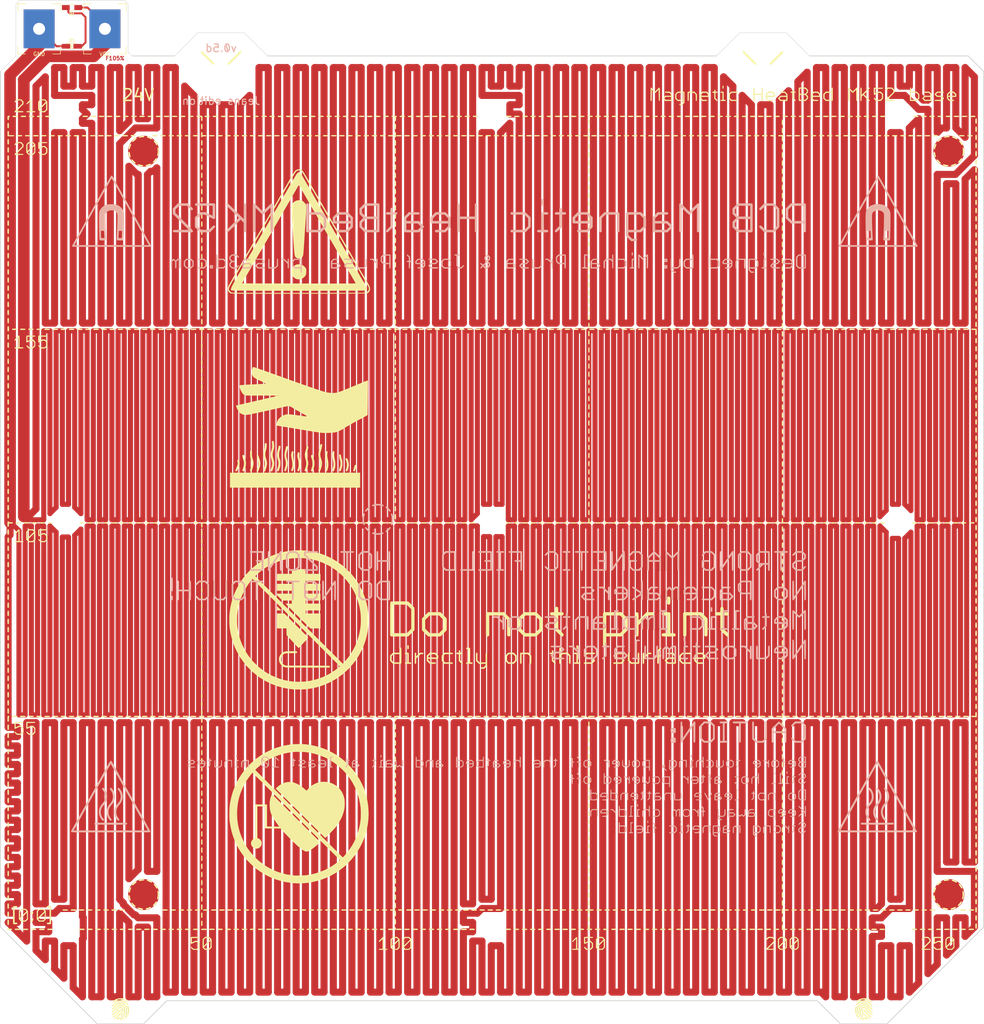
<source format=kicad_pcb>
(kicad_pcb (version 20170123) (host pcbnew "(2017-09-18 revision 3d1bebe9f)-master")
  (layers (0 F.Cu signal) (31 B.Cu signal) (34 B.Paste user hide) (35 F.Paste user hide) (36 B.SilkS user) (37 F.SilkS user) (38 B.Mask user hide) (39 F.Mask user hide) (44 Edge.Cuts user))
  (net 0 "")
  (net 1 "Net-(D1-Pad2)")
  (net 2 "Net-(D1-Pad1)")
  (module ok1hra:PRUSA-HB52Fvanilla (layer F.Cu) (at 127 -117.2)
    (fp_text reference G*** hide)
    (fp_text value LOGO hide)
  )
  (module ok1hra:PRUSA-HB52B (layer B.Cu) (at 127.6 -120.4 180)
    (fp_text reference G*** hide)
    (fp_text value LOGO hide)
  )
  (module Mounting_Holes:MountingHole_3.2mm_M3 (layer F.Cu) (at 127 -10)
    (fp_text reference REF** hide)
    (fp_text value MountingHole_3.2mm_M3)
    (pad "" np_thru_hole circle (at 0 0) (size 3.1 3.1) (drill 3.1) (layers *.Cu *.Mask))
  )
  (module Mounting_Holes:MountingHole_3.2mm_M3 (layer F.Cu) (at 232 -115)
    (fp_text reference REF** hide)
    (fp_text value MountingHole_3.2mm_M3)
    (pad "" np_thru_hole circle (at 0 0) (size 3.1 3.1) (drill 3.1) (layers *.Cu *.Mask))
  )
  (module Mounting_Holes:MountingHole_3.2mm_M3 (layer F.Cu) (at 17 -115)
    (fp_text reference REF** hide)
    (fp_text value MountingHole_3.2mm_M3)
    (pad "" np_thru_hole circle (at 0 0) (size 3.1 3.1) (drill 3.1) (layers *.Cu *.Mask))
  )
  (module Mounting_Holes:MountingHole_3.2mm_M3 (layer F.Cu) (at 127 -115)
    (fp_text reference REF** hide)
    (fp_text value MountingHole_3.2mm_M3)
    (pad "" np_thru_hole circle (at 0 0) (size 3.1 3.1) (drill 3.1) (layers *.Cu *.Mask))
  )
  (module Mounting_Holes:MountingHole_3.2mm_M3 (layer F.Cu) (at 127 -220)
    (fp_text reference REF** hide)
    (fp_text value MountingHole_3.2mm_M3)
    (pad "" np_thru_hole circle (at 0 0) (size 3.1 3.1) (drill 3.1) (layers *.Cu *.Mask))
  )
  (module Mounting_Holes:MountingHole_3.2mm_M3 (layer F.Cu) (at 197 -231)
    (fp_text reference REF** hide)
    (fp_text value MountingHole_3.2mm_M3)
    (pad "" np_thru_hole circle (at 0 0) (size 3 3) (drill 3) (layers *.Cu *.Mask))
  )
  (module Mounting_Holes:MountingHole_3.2mm_M3 (layer F.Cu) (at 57 -231)
    (fp_text reference REF** hide)
    (fp_text value MountingHole_3.2mm_M3)
    (pad "" np_thru_hole circle (at 0 0) (size 3 3) (drill 3) (layers *.Cu *.Mask))
  )
  (module ok1hra:PCB-Large-pad (layer F.Cu) (at 27 -242)
    (fp_text reference VCC (at 0 6.5) (layer F.SilkS))
    (fp_text value VCC)
    (pad 1 thru_hole rect (at 0 0) (size 8 10) (drill 3.1) (layers *.Mask F.Cu) (net 2 "Net-(D1-Pad1)"))
  )
  (module ok1hra:PCB-Large-pad (layer F.Cu) (at 10 -242)
    (fp_text reference GND (at 0 6.5) (layer F.SilkS))
    (fp_text value GND)
    (pad 1 thru_hole rect (at 0 0) (size 8 10) (drill 3.1) (layers *.Mask F.Cu) (net 2 "Net-(D1-Pad1)"))
  )
  (module Mounting_Holes:MountingHole_3.2mm_M3 (layer F.Cu) (at 18.5 -242)
    (fp_text reference REF** hide)
    (fp_text value MountingHole_3.2mm_M3)
    (pad "" np_thru_hole circle (at 0 0) (size 3.1 3.1) (drill 3.1) (layers *.Cu *.Mask))
  )
  (module Mounting_Holes:MountingHole_3.2mm_M3 (layer F.Cu) (at 232 -220)
    (fp_text reference REF** hide)
    (fp_text value MountingHole_3.2mm_M3)
    (pad "" np_thru_hole circle (at 0 0) (size 3.1 3.1) (drill 3.1) (layers *.Cu *.Mask))
  )
  (module Mounting_Holes:MountingHole_3.2mm_M3 (layer F.Cu) (at 17 -220)
    (fp_text reference REF** hide)
    (fp_text value MountingHole_3.2mm_M3)
    (pad "" np_thru_hole circle (at 0 0) (size 3.1 3.1) (drill 3.1) (layers *.Cu *.Mask))
  )
  (module Mounting_Holes:MountingHole_3.2mm_M3 (layer F.Cu) (at 232 -10)
    (fp_text reference REF** hide)
    (fp_text value MountingHole_3.2mm_M3)
    (pad "" np_thru_hole circle (at 0 0) (size 3.1 3.1) (drill 3.1) (layers *.Cu *.Mask))
  )
  (module Mounting_Holes:MountingHole_3.2mm_M3 (layer F.Cu) (at 17 -10)
    (fp_text reference REF** hide)
    (fp_text value MountingHole_3.2mm_M3)
    (pad "" np_thru_hole circle (at 0 0) (size 3.1 3.1) (drill 3.1) (layers *.Cu *.Mask))
  )
  (module LEDs:LED_0805 (layer F.Cu) (at 18.5 -237.5)
    (fp_text reference D1 (at 0 -1.5) (layer F.SilkS) (effects (font (size 0.8 0.8))))
    (fp_text value LED_ALT)
    (pad 1 smd rect (at -1.54902 0 180) (size 2.19888 1.19888) (layers F.Cu F.Paste F.Mask) (net 2 "Net-(D1-Pad1)"))
    (pad 2 smd rect (at 1.44902 0 180) (size 2.19888 1.19888) (layers F.Cu F.Paste F.Mask) (net 1 "Net-(D1-Pad2)"))
  )
  (module Resistors_SMD:R_0805 (layer F.Cu) (at 18.5 -247.5 180)
    (fp_text reference R1 (at 0 -1.75 180) (layer F.SilkS) (effects (font (size 0.8 0.8))))
    (fp_text value 1k)
    (pad 1 smd rect (at -1.6 0 180) (size 2 1.3) (layers F.Cu F.Paste F.Mask) (net 2 "Net-(D1-Pad1)"))
    (pad 2 smd rect (at 1.6 0 180) (size 2 1.3) (layers F.Cu F.Paste F.Mask) (net 1 "Net-(D1-Pad2)"))
  )
  (module ok1hra:label-8mm (layer F.Cu) (at 37 -210.4)
    (fp_text reference REF** hide)
    (fp_text value label-8mm hide)
    (pad 1 smd circle (at 0 0) (size 8 8) (layers F.Cu))
  )
  (module ok1hra:label-8mm (layer F.Cu) (at 245 -210.4)
    (fp_text reference REF** hide)
    (fp_text value label-8mm hide)
    (pad 1 smd circle (at 0 0) (size 8 8) (layers F.Cu))
  )
  (module ok1hra:label-8mm (layer F.Cu) (at 245 -18.4)
    (fp_text reference REF** hide)
    (fp_text value label-8mm hide)
    (pad 1 smd circle (at 0 0) (size 8 8) (layers F.Cu))
  )
  (module ok1hra:label-8mm (layer F.Cu) (at 37 -18.4)
    (fp_text reference REF** hide)
    (fp_text value label-8mm hide)
    (pad 1 smd circle (at 0 0) (size 8 8) (layers F.Cu))
  )
  (gr_text 24V (at 35.6 -224.9) (layer F.SilkS) (effects (font (size 3 3) (thickness 0.4))))
  (gr_line (start 217 15) (end 211 9) (layer Edge.Cuts) (width 0.2))
  (gr_line (start 37 15) (end 43 9) (layer Edge.Cuts) (width 0.2))
  (gr_line (start 43 9) (end 211 9) (layer Edge.Cuts) (width 0.2))
  (gr_line (start 250 -235) (end 254 -231) (layer Edge.Cuts) (width 0.2))
  (gr_line (start 254 -10) (end 254 -231) (layer Edge.Cuts) (width 0.2))
  (gr_line (start 229 15) (end 254 -10) (layer Edge.Cuts) (width 0.2))
  (gr_line (start 0 -10) (end 0 -231) (layer Edge.Cuts) (width 0.2))
  (gr_line (start 0 -10) (end 25 15) (layer Edge.Cuts) (width 0.2))
  (gr_text "Jeans edition" (at 57 -223.4) (layer B.SilkS) (effects (font (size 2 2) (thickness 0.3)) (justify mirror)))
  (gr_text F105% (at 29.6 -234.4) (layer F.Cu) (effects (font (size 1 1) (thickness 0.2))))
  (gr_line (start 58.75 -236.25) (end 58.25 -238) (layer B.SilkS) (width 0.3))
  (gr_line (start 37 15) (end 25 15) (layer Edge.Cuts) (width 0.2))
  (gr_line (start 229 15) (end 217 15) (layer Edge.Cuts) (width 0.2))
  (gr_line (start 0 -231) (end 4 -235) (layer Edge.Cuts) (width 0.1))
  (gr_line (start 34 -235) (end 45 -235) (layer Edge.Cuts) (width 0.2))
  (gr_line (start 185 -235) (end 69 -235) (layer Edge.Cuts) (width 0.2))
  (gr_line (start 209 -235) (end 250 -235) (layer Edge.Cuts) (width 0.2))
  (gr_line (start 55 -233) (end 52 -236) (layer F.SilkS) (width 0.5))
  (gr_line (start 62 -236) (end 59 -233) (layer F.SilkS) (width 0.5))
  (gr_line (start 195 -233) (end 192 -236) (layer F.SilkS) (width 0.5))
  (gr_line (start 202 -236) (end 199 -233) (layer F.SilkS) (width 0.5))
  (gr_line (start 191 -241) (end 203 -241) (layer Edge.Cuts) (width 0.1))
  (gr_line (start 191 -241) (end 185 -235) (layer Edge.Cuts) (width 0.1))
  (gr_line (start 203 -241) (end 209 -235) (layer Edge.Cuts) (width 0.1))
  (gr_line (start 63 -241) (end 69 -235) (layer Edge.Cuts) (width 0.1))
  (gr_line (start 51 -241) (end 45 -235) (layer Edge.Cuts) (width 0.1))
  (gr_line (start 51 -241) (end 63 -241) (layer Edge.Cuts) (width 0.1))
  (gr_text v0.5d (at 57 -237) (layer B.SilkS) (effects (font (size 2 2) (thickness 0.3)) (justify mirror)))
  (gr_line (start 33 -248.4) (end 33 -236) (layer Edge.Cuts) (width 0.1))
  (gr_line (start 4 -248.4) (end 5 -249.4) (layer Edge.Cuts) (width 0.1))
  (gr_line (start 5 -249.4) (end 32 -249.4) (layer Edge.Cuts) (width 0.1))
  (gr_line (start 32 -249.4) (end 33 -248.4) (layer Edge.Cuts) (width 0.1))
  (gr_line (start 33 -236) (end 34 -235) (layer Edge.Cuts) (width 0.1))
  (gr_line (start 4 -235) (end 4 -248.4) (layer Edge.Cuts) (width 0.1))
  (segment (start 21 -237.5) (end 19.54902 -237.5) (width 0.5) (layer F.Cu) (net 1))
  (segment (start 21 -237.5) (end 22 -238.5) (width 0.5) (layer F.Cu) (net 1))
  (segment (start 22 -238.5) (end 22 -245) (width 0.5) (layer F.Cu) (net 1))
  (segment (start 22 -245) (end 21 -246) (width 0.5) (layer F.Cu) (net 1))
  (segment (start 21 -246) (end 17.9 -246) (width 0.5) (layer F.Cu) (net 1))
  (segment (start 17.9 -246) (end 17.55 -246.35) (width 0.5) (layer F.Cu) (net 1))
  (segment (start 17.55 -246.35) (end 17.55 -247.5) (width 0.5) (layer F.Cu) (net 1))
  (segment (start 6.05 -116.05) (end 6.05 -228.85) (width 3) (layer F.Cu) (net 2))
  (segment (start 6.05 -228.85) (end 12.1 -234.9) (width 3) (layer F.Cu) (net 2))
  (segment (start 12.1 -234.9) (end 24.1 -234.9) (width 3) (layer F.Cu) (net 2))
  (segment (start 24.1 -234.9) (end 27 -237.8) (width 3) (layer F.Cu) (net 2))
  (segment (start 4.8 -112.4) (end 3.7 -113.5) (width 1.3165) (layer F.Cu) (net 2))
  (segment (start 4.8 -112.2) (end 4.8 -112.4) (width 1.3165) (layer F.Cu) (net 2))
  (segment (start 23.6 8) (end 23.6 -62.8) (width 1.8202) (layer F.Cu) (net 2))
  (segment (start 9.2 -62.8) (end 9.2 -16) (width 1.8202) (layer F.Cu) (net 2))
  (segment (start 2.5 -114.5) (end 2.5 -111.3) (width 1.8202) (layer F.Cu) (net 2))
  (segment (start 4.4 -49.6) (end 2 -49.6) (width 1.8202) (layer F.Cu) (net 2))
  (segment (start 21.4 -12.5) (end 21.2 -12.7) (width 1.8202) (layer F.Cu) (net 2))
  (segment (start 14 -62.8) (end 14 -17.2) (width 1.8202) (layer F.Cu) (net 2))
  (segment (start 4.4 -16) (end 2 -16) (width 1.8202) (layer F.Cu) (net 2))
  (segment (start 2 -20.8) (end 2 -18.4) (width 1.8202) (layer F.Cu) (net 2))
  (segment (start 2.5 -111.3) (end 2 -110.8) (width 1.8202) (layer F.Cu) (net 2))
  (segment (start 4.4 -52) (end 4.4 -49.6) (width 1.8202) (layer F.Cu) (net 2))
  (segment (start 9.2 -13.6) (end 9.2 -11.2) (width 1.8202) (layer F.Cu) (net 2))
  (segment (start 4.4 -59.2) (end 2 -59.2) (width 1.8202) (layer F.Cu) (net 2))
  (segment (start 2 -110.8) (end 2 -61.6) (width 1.8202) (layer F.Cu) (net 2))
  (segment (start 16.4 -17.2) (end 16.4 -62.8) (width 1.8202) (layer F.Cu) (net 2))
  (segment (start 2 -61.6) (end 4.4 -61.6) (width 1.8202) (layer F.Cu) (net 2))
  (segment (start 4.4 -61.6) (end 4.4 -59.2) (width 1.8202) (layer F.Cu) (net 2))
  (segment (start 21.2 -6.9) (end 21.4 -7.1) (width 1.8202) (layer F.Cu) (net 2))
  (segment (start 4.4 -23.2) (end 4.4 -20.8) (width 1.8202) (layer F.Cu) (net 2))
  (segment (start 2 -49.6) (end 2 -47.2) (width 1.8202) (layer F.Cu) (net 2))
  (segment (start 9.2 -4) (end 11.6 -1.6) (width 1.8202) (layer F.Cu) (net 2))
  (segment (start 4.4 -56.8) (end 4.4 -54.4) (width 1.8202) (layer F.Cu) (net 2))
  (segment (start 4.4 -42.4) (end 4.4 -40) (width 1.8202) (layer F.Cu) (net 2))
  (segment (start 2 -52) (end 4.4 -52) (width 1.8202) (layer F.Cu) (net 2))
  (segment (start 2 -59.2) (end 2 -56.8) (width 1.8202) (layer F.Cu) (net 2))
  (segment (start 2 -25.6) (end 2 -23.2) (width 1.8202) (layer F.Cu) (net 2))
  (segment (start 4.4 -44.8) (end 2 -44.8) (width 1.8202) (layer F.Cu) (net 2))
  (segment (start 4.4 -35.2) (end 2 -35.2) (width 1.8202) (layer F.Cu) (net 2))
  (segment (start 18.8 -62.8) (end 18.8 -14.8) (width 1.8202) (layer F.Cu) (net 2))
  (segment (start 11.6 -16) (end 11.6 -62.8) (width 1.8202) (layer F.Cu) (net 2))
  (segment (start 2 -56.8) (end 4.4 -56.8) (width 1.8202) (layer F.Cu) (net 2))
  (segment (start 4.4 -54.4) (end 2 -54.4) (width 1.8202) (layer F.Cu) (net 2))
  (segment (start 4.4 -25.6) (end 2 -25.6) (width 1.8202) (layer F.Cu) (net 2))
  (segment (start 2 -54.4) (end 2 -52) (width 1.8202) (layer F.Cu) (net 2))
  (segment (start 4.4 -32.8) (end 4.4 -30.4) (width 1.8202) (layer F.Cu) (net 2))
  (segment (start 2 -47.2) (end 4.4 -47.2) (width 1.8202) (layer F.Cu) (net 2))
  (segment (start 4.4 -47.2) (end 4.4 -44.8) (width 1.8202) (layer F.Cu) (net 2))
  (segment (start 2 -35.2) (end 2 -32.8) (width 1.8202) (layer F.Cu) (net 2))
  (segment (start 2 -40) (end 2 -37.6) (width 1.8202) (layer F.Cu) (net 2))
  (segment (start 2 -44.8) (end 2 -42.4) (width 1.8202) (layer F.Cu) (net 2))
  (segment (start 2 -42.4) (end 4.4 -42.4) (width 1.8202) (layer F.Cu) (net 2))
  (segment (start 4.4 -40) (end 2 -40) (width 1.8202) (layer F.Cu) (net 2))
  (segment (start 15.2 -14.8) (end 14 -13.6) (width 1.8202) (layer F.Cu) (net 2))
  (segment (start 2 -16) (end 2 -13.6) (width 1.8202) (layer F.Cu) (net 2))
  (segment (start 2 -37.6) (end 4.4 -37.6) (width 1.8202) (layer F.Cu) (net 2))
  (segment (start 4.4 -37.6) (end 4.4 -35.2) (width 1.8202) (layer F.Cu) (net 2))
  (segment (start 11.6 -62.8) (end 14 -62.8) (width 1.8202) (layer F.Cu) (net 2))
  (segment (start 2 -32.8) (end 4.4 -32.8) (width 1.8202) (layer F.Cu) (net 2))
  (segment (start 16.4 -5.2) (end 18.8 -5.2) (width 1.8202) (layer F.Cu) (net 2))
  (segment (start 4.4 -30.4) (end 2 -30.4) (width 1.8202) (layer F.Cu) (net 2))
  (segment (start 2 -30.4) (end 2 -28) (width 1.8202) (layer F.Cu) (net 2))
  (segment (start 2 -28) (end 4.4 -28) (width 1.8202) (layer F.Cu) (net 2))
  (segment (start 4.4 -28) (end 4.4 -25.6) (width 1.8202) (layer F.Cu) (net 2))
  (segment (start 2 -23.2) (end 4.4 -23.2) (width 1.8202) (layer F.Cu) (net 2))
  (segment (start 4.4 -20.8) (end 2 -20.8) (width 1.8202) (layer F.Cu) (net 2))
  (segment (start 2 -18.4) (end 4.4 -18.4) (width 1.8202) (layer F.Cu) (net 2))
  (segment (start 4.4 -18.4) (end 4.4 -16) (width 1.8202) (layer F.Cu) (net 2))
  (segment (start 14 -6.4) (end 14 0.8) (width 1.8202) (layer F.Cu) (net 2))
  (segment (start 18.8 -14.8) (end 15.2 -14.8) (width 1.8202) (layer F.Cu) (net 2))
  (segment (start 2 -13.6) (end 4.4 -13.6) (width 1.8202) (layer F.Cu) (net 2))
  (segment (start 14 -13.6) (end 9.2 -13.6) (width 1.8202) (layer F.Cu) (net 2))
  (segment (start 4.4 -13.6) (end 4.4 -11.2) (width 1.8202) (layer F.Cu) (net 2))
  (segment (start 4.4 -11.2) (end 2 -11.2) (width 1.8202) (layer F.Cu) (net 2))
  (segment (start 2 -11.2) (end 6.8 -6.4) (width 1.8202) (layer F.Cu) (net 2))
  (segment (start 6.8 -6.4) (end 6.8 -62.8) (width 1.8202) (layer F.Cu) (net 2))
  (segment (start 6.8 -62.8) (end 9.2 -62.8) (width 1.8202) (layer F.Cu) (net 2))
  (segment (start 9.2 -16) (end 11.6 -16) (width 1.8202) (layer F.Cu) (net 2))
  (segment (start 14 -17.2) (end 16.4 -17.2) (width 1.8202) (layer F.Cu) (net 2))
  (segment (start 16.4 -62.8) (end 18.8 -62.8) (width 1.8202) (layer F.Cu) (net 2))
  (segment (start 9.2 -11.2) (end 12.5 -11.2) (width 1.8202) (layer F.Cu) (net 2))
  (segment (start 12.5 -11.2) (end 12.5 -8.8) (width 1.8202) (layer F.Cu) (net 2))
  (segment (start 12.5 -8.8) (end 9.2 -8.8) (width 1.8202) (layer F.Cu) (net 2))
  (segment (start 9.2 -8.8) (end 9.2 -4) (width 1.8202) (layer F.Cu) (net 2))
  (segment (start 11.6 -1.6) (end 11.6 -6.4) (width 1.8202) (layer F.Cu) (net 2))
  (segment (start 11.6 -6.4) (end 14 -6.4) (width 1.8202) (layer F.Cu) (net 2))
  (segment (start 14 0.8) (end 16.4 3.2) (width 1.8202) (layer F.Cu) (net 2))
  (segment (start 18.8 5.6) (end 21.2 8) (width 1.8202) (layer F.Cu) (net 2))
  (segment (start 16.4 3.2) (end 16.4 -5.2) (width 1.8202) (layer F.Cu) (net 2))
  (segment (start 18.8 -5.2) (end 18.8 5.6) (width 1.8202) (layer F.Cu) (net 2))
  (segment (start 21.2 8) (end 21.2 -6.9) (width 1.8202) (layer F.Cu) (net 2))
  (segment (start 21.4 -7.1) (end 21.4 -12.5) (width 1.8202) (layer F.Cu) (net 2))
  (segment (start 21.2 -12.7) (end 21.2 -62.8) (width 1.8202) (layer F.Cu) (net 2))
  (segment (start 21.2 -62.8) (end 23.6 -62.8) (width 1.8202) (layer F.Cu) (net 2))
  (segment (start 16.4 -227.2) (end 18.8 -227.2) (width 1.8202) (layer F.Cu) (net 2))
  (segment (start 95.6 -166) (end 95.6 -232) (width 1.8202) (layer F.Cu) (net 2))
  (segment (start 110 -166) (end 110 -232) (width 1.8202) (layer F.Cu) (net 2))
  (segment (start 186.8 -229.6) (end 189.2 -227.2) (width 1.8202) (layer F.Cu) (net 2))
  (segment (start 6.05 -116.05) (end 7.25 -116.05) (width 1.8202) (layer F.Cu) (net 2))
  (segment (start 158 -166) (end 158 -232) (width 1.8202) (layer F.Cu) (net 2))
  (segment (start 182 -232) (end 184.4 -232) (width 1.8202) (layer F.Cu) (net 2))
  (segment (start 124.4 6.8) (end 124.4 -6.4) (width 1.8202) (layer F.Cu) (net 2))
  (segment (start 167.6 6.8) (end 167.6 -62.8) (width 1.8202) (layer F.Cu) (net 2))
  (segment (start 50 -166) (end 52.4 -166) (width 1.8202) (layer F.Cu) (net 2))
  (segment (start 122 -6.4) (end 122 6.8) (width 1.8202) (layer F.Cu) (net 2))
  (segment (start 134 -166) (end 134 -220) (width 1.8202) (layer F.Cu) (net 2))
  (segment (start 208.4 -166) (end 210.8 -166) (width 1.8202) (layer F.Cu) (net 2))
  (segment (start 131.6 -220) (end 131.6 -222.4) (width 1.8202) (layer F.Cu) (net 2))
  (segment (start 158 6.8) (end 158 -62.8) (width 1.8202) (layer F.Cu) (net 2))
  (segment (start 9.2 -118) (end 9.2 -227.2) (width 1.8202) (layer F.Cu) (net 2))
  (segment (start 124.4 -215.2) (end 126.8 -215.2) (width 1.8202) (layer F.Cu) (net 2))
  (segment (start 21.2 -227.2) (end 23.6 -227.2) (width 1.8202) (layer F.Cu) (net 2))
  (segment (start 11.6 -229.6) (end 11.6 -166) (width 1.8202) (layer F.Cu) (net 2))
  (segment (start 71.6 -232) (end 74 -232) (width 1.8202) (layer F.Cu) (net 2))
  (segment (start 7.25 -116.05) (end 9.2 -118) (width 1.8202) (layer F.Cu) (net 2))
  (segment (start 23.6 -217.6) (end 21.2 -217.6) (width 1.8202) (layer F.Cu) (net 2))
  (segment (start 237.2 -232) (end 237.2 -224.8) (width 1.8202) (layer F.Cu) (net 2))
  (segment (start 35.6 -232) (end 35.6 -218.8) (width 1.8202) (layer F.Cu) (net 2))
  (segment (start 83.6 -232) (end 83.6 -166) (width 1.8202) (layer F.Cu) (net 2))
  (segment (start 9.2 -227.2) (end 11.6 -229.6) (width 1.8202) (layer F.Cu) (net 2))
  (segment (start 196.4 -62.8) (end 194 -62.8) (width 1.8202) (layer F.Cu) (net 2))
  (segment (start 237.2 -218.8) (end 237.2 -166) (width 1.8202) (layer F.Cu) (net 2))
  (segment (start 21.2 -221.2) (end 21.2 -222.4) (width 1.8202) (layer F.Cu) (net 2))
  (segment (start 206 -228.4) (end 208.4 -230.8) (width 1.8202) (layer F.Cu) (net 2))
  (segment (start 35.6 -12.4) (end 40.4 -12.4) (width 1.8202) (layer F.Cu) (net 2))
  (segment (start 218 -166) (end 220.4 -166) (width 1.8202) (layer F.Cu) (net 2))
  (segment (start 66.8 -166) (end 66.8 -232) (width 1.8202) (layer F.Cu) (net 2))
  (segment (start 40.4 -232) (end 40.4 -216.4) (width 1.8202) (layer F.Cu) (net 2))
  (segment (start 107.6 -232) (end 107.6 -166) (width 1.8202) (layer F.Cu) (net 2))
  (segment (start 52.4 -222.4) (end 54.8 -222.4) (width 1.8202) (layer F.Cu) (net 2))
  (segment (start 21.2 -166) (end 23.6 -166) (width 1.8202) (layer F.Cu) (net 2))
  (segment (start 249.2 -203.2) (end 251.6 -205.6) (width 1.8202) (layer F.Cu) (net 2))
  (segment (start 184.4 -232) (end 184.4 -166) (width 1.8202) (layer F.Cu) (net 2))
  (segment (start 26 -166) (end 28.4 -166) (width 1.8202) (layer F.Cu) (net 2))
  (segment (start 18.8 -166) (end 18.8 -215.2) (width 1.8202) (layer F.Cu) (net 2))
  (segment (start 21.2 -217.6) (end 21.2 -218.8) (width 1.8202) (layer F.Cu) (net 2))
  (segment (start 54.8 -222.4) (end 54.8 -166) (width 1.8202) (layer F.Cu) (net 2))
  (segment (start 215.6 -166) (end 215.6 -232) (width 1.8202) (layer F.Cu) (net 2))
  (segment (start 122 -232) (end 122 -166) (width 1.8202) (layer F.Cu) (net 2))
  (segment (start 230 -224.8) (end 230 -232) (width 1.8202) (layer F.Cu) (net 2))
  (segment (start 170 -62.8) (end 170 6.8) (width 1.8202) (layer F.Cu) (net 2))
  (segment (start 64.4 -224.8) (end 64.4 -166) (width 1.8202) (layer F.Cu) (net 2))
  (segment (start 11.6 -166) (end 14 -166) (width 1.8202) (layer F.Cu) (net 2))
  (segment (start 179.6 -232) (end 179.6 -166) (width 1.8202) (layer F.Cu) (net 2))
  (segment (start 28.4 -62.8) (end 26 -62.8) (width 1.8202) (layer F.Cu) (net 2))
  (segment (start 50 -62.8) (end 50 6.8) (width 1.8202) (layer F.Cu) (net 2))
  (segment (start 23.6 -222.4) (end 23.6 -224.8) (width 1.8202) (layer F.Cu) (net 2))
  (segment (start 150.8 -232) (end 150.8 -166) (width 1.8202) (layer F.Cu) (net 2))
  (segment (start 90.8 -166) (end 90.8 -232) (width 1.8202) (layer F.Cu) (net 2))
  (segment (start 90.8 -232) (end 93.2 -232) (width 1.8202) (layer F.Cu) (net 2))
  (segment (start 136.4 -62.8) (end 136.4 6.8) (width 1.8202) (layer F.Cu) (net 2))
  (segment (start 14 -215.2) (end 16.4 -215.2) (width 1.8202) (layer F.Cu) (net 2))
  (segment (start 86 -232) (end 88.4 -232) (width 1.8202) (layer F.Cu) (net 2))
  (segment (start 122 -62.8) (end 122 -16) (width 1.8202) (layer F.Cu) (net 2))
  (segment (start 14 -166) (end 14 -215.2) (width 1.8202) (layer F.Cu) (net 2))
  (segment (start 38 -204.4) (end 38.800499 -205.200499) (width 1.8202) (layer F.Cu) (net 2))
  (segment (start 18.8 -232) (end 21.2 -232) (width 1.8202) (layer F.Cu) (net 2))
  (segment (start 22.4 -220) (end 21.2 -221.2) (width 1.8202) (layer F.Cu) (net 2))
  (segment (start 122 -166) (end 124.4 -166) (width 1.8202) (layer F.Cu) (net 2))
  (segment (start 74 -166) (end 76.4 -166) (width 1.8202) (layer F.Cu) (net 2))
  (segment (start 105.2 -166) (end 105.2 -232) (width 1.8202) (layer F.Cu) (net 2))
  (segment (start 16.4 -215.2) (end 16.4 -166) (width 1.8202) (layer F.Cu) (net 2))
  (segment (start 23.6 -166) (end 23.6 -217.6) (width 1.8202) (layer F.Cu) (net 2))
  (segment (start 222.8 -232) (end 222.8 -166) (width 1.8202) (layer F.Cu) (net 2))
  (segment (start 62 -62.8) (end 59.6 -62.8) (width 1.8202) (layer F.Cu) (net 2))
  (segment (start 40.4 -24.4) (end 38 -24.4) (width 1.8202) (layer F.Cu) (net 2))
  (segment (start 47.6 -227.2) (end 50 -224.8) (width 1.8202) (layer F.Cu) (net 2))
  (segment (start 196.4 -222.4) (end 198.8 -222.4) (width 1.8202) (layer F.Cu) (net 2))
  (segment (start 232.4 -227.2) (end 234.8 -227.2) (width 1.8202) (layer F.Cu) (net 2))
  (segment (start 148.4 -166) (end 148.4 -232) (width 1.8202) (layer F.Cu) (net 2))
  (segment (start 23.6 -227.2) (end 23.6 -232) (width 1.8202) (layer F.Cu) (net 2))
  (segment (start 93.2 -166) (end 95.6 -166) (width 1.8202) (layer F.Cu) (net 2))
  (segment (start 33.2 -232) (end 35.6 -232) (width 1.8202) (layer F.Cu) (net 2))
  (segment (start 93.2 -232) (end 93.2 -166) (width 1.8202) (layer F.Cu) (net 2))
  (segment (start 16.4 -166) (end 18.8 -166) (width 1.8202) (layer F.Cu) (net 2))
  (segment (start 213.2 8) (end 212 6.8) (width 1.8202) (layer F.Cu) (net 2))
  (segment (start 39.495761 -205.200499) (end 40.4 -206.104738) (width 1.8202) (layer F.Cu) (net 2))
  (segment (start 146 -232) (end 146 -166) (width 1.8202) (layer F.Cu) (net 2))
  (segment (start 21.2 -218.8) (end 22.4 -220) (width 1.8202) (layer F.Cu) (net 2))
  (segment (start 40.4 -206.104738) (end 40.4 -166) (width 1.8202) (layer F.Cu) (net 2))
  (segment (start 244.4 -216.4) (end 244.4 -232) (width 1.8202) (layer F.Cu) (net 2))
  (segment (start 18.8 -215.2) (end 21.2 -215.2) (width 1.8202) (layer F.Cu) (net 2))
  (segment (start 59.6 -222.4) (end 59.6 -166) (width 1.8202) (layer F.Cu) (net 2))
  (segment (start 100.4 -232) (end 102.8 -232) (width 1.8202) (layer F.Cu) (net 2))
  (segment (start 45.2 -232) (end 45.2 -166) (width 1.8202) (layer F.Cu) (net 2))
  (segment (start 69.2 -232) (end 69.2 -166) (width 1.8202) (layer F.Cu) (net 2))
  (segment (start 31.765849 -15.887607) (end 34.487607 -13.165849) (width 1.8202) (layer F.Cu) (net 2))
  (segment (start 129.2 -166) (end 129.2 -215.2) (width 1.8202) (layer F.Cu) (net 2))
  (segment (start 117.2 6.8) (end 114.8 6.8) (width 1.8202) (layer F.Cu) (net 2))
  (segment (start 112.4 -62.8) (end 112.4 6.8) (width 1.8202) (layer F.Cu) (net 2))
  (segment (start 21.2 -215.2) (end 21.2 -166) (width 1.8202) (layer F.Cu) (net 2))
  (segment (start 134 -227.2) (end 134 -232) (width 1.8202) (layer F.Cu) (net 2))
  (segment (start 107.6 -166) (end 110 -166) (width 1.8202) (layer F.Cu) (net 2))
  (segment (start 102.8 -166) (end 105.2 -166) (width 1.8202) (layer F.Cu) (net 2))
  (segment (start 206 6.8) (end 206 -62.8) (width 1.8202) (layer F.Cu) (net 2))
  (segment (start 141.2 -166) (end 143.6 -166) (width 1.8202) (layer F.Cu) (net 2))
  (segment (start 124.4 -62.8) (end 122 -62.8) (width 1.8202) (layer F.Cu) (net 2))
  (segment (start 35.6 -204.4) (end 35.6 -166) (width 1.8202) (layer F.Cu) (net 2))
  (segment (start 23.6 -232) (end 26 -232) (width 1.8202) (layer F.Cu) (net 2))
  (segment (start 131.6 -166) (end 134 -166) (width 1.8202) (layer F.Cu) (net 2))
  (segment (start 141.2 6.8) (end 138.8 6.8) (width 1.8202) (layer F.Cu) (net 2))
  (segment (start 21.2 -222.4) (end 23.6 -222.4) (width 1.8202) (layer F.Cu) (net 2))
  (segment (start 23.6 -224.8) (end 14 -224.8) (width 1.8202) (layer F.Cu) (net 2))
  (segment (start 220.4 -232) (end 222.8 -232) (width 1.8202) (layer F.Cu) (net 2))
  (segment (start 45.2 6.8) (end 42.8 6.8) (width 1.8202) (layer F.Cu) (net 2))
  (segment (start 14 -224.8) (end 14 -232) (width 1.8202) (layer F.Cu) (net 2))
  (segment (start 138.8 -232) (end 141.2 -232) (width 1.8202) (layer F.Cu) (net 2))
  (segment (start 76.4 -62.8) (end 74 -62.8) (width 1.8202) (layer F.Cu) (net 2))
  (segment (start 174.8 6.8) (end 172.4 6.8) (width 1.8202) (layer F.Cu) (net 2))
  (segment (start 242 -166) (end 244.4 -166) (width 1.8202) (layer F.Cu) (net 2))
  (segment (start 45.2 -166) (end 47.6 -166) (width 1.8202) (layer F.Cu) (net 2))
  (segment (start 14 -232) (end 16.4 -232) (width 1.8202) (layer F.Cu) (net 2))
  (segment (start 40.4 -216.4) (end 34.9 -216.4) (width 1.8202) (layer F.Cu) (net 2))
  (segment (start 64.4 -166) (end 66.8 -166) (width 1.8202) (layer F.Cu) (net 2))
  (segment (start 16.4 -232) (end 16.4 -227.2) (width 1.8202) (layer F.Cu) (net 2))
  (segment (start 194 6.8) (end 191.6 6.8) (width 1.8202) (layer F.Cu) (net 2))
  (segment (start 18.8 -227.2) (end 18.8 -232) (width 1.8202) (layer F.Cu) (net 2))
  (segment (start 59.6 -166) (end 62 -166) (width 1.8202) (layer F.Cu) (net 2))
  (segment (start 33.2 -22.5) (end 33.2 -62.8) (width 1.8202) (layer F.Cu) (net 2))
  (segment (start 38 -218.8) (end 38 -232) (width 1.8202) (layer F.Cu) (net 2))
  (segment (start 54.8 6.8) (end 52.4 6.8) (width 1.8202) (layer F.Cu) (net 2))
  (segment (start 239.6 -221.2) (end 237.2 -221.2) (width 1.8202) (layer F.Cu) (net 2))
  (segment (start 21.2 -232) (end 21.2 -227.2) (width 1.8202) (layer F.Cu) (net 2))
  (segment (start 239.6 -62.8) (end 237.2 -62.8) (width 1.8202) (layer F.Cu) (net 2))
  (segment (start 26 -232) (end 26 -166) (width 1.8202) (layer F.Cu) (net 2))
  (segment (start 227.6 -62.8) (end 227.6 -16) (width 1.8202) (layer F.Cu) (net 2))
  (segment (start 177.2 -232) (end 179.6 -232) (width 1.8202) (layer F.Cu) (net 2))
  (segment (start 227.6 -16) (end 226.4 -14.8) (width 1.8202) (layer F.Cu) (net 2))
  (segment (start 117.2 -166) (end 119.6 -166) (width 1.8202) (layer F.Cu) (net 2))
  (segment (start 57.2 -166) (end 57.2 -222.4) (width 1.8202) (layer F.Cu) (net 2))
  (segment (start 28.4 -166) (end 28.4 -232) (width 1.8202) (layer F.Cu) (net 2))
  (segment (start 40.4 8) (end 38 8) (width 1.8202) (layer F.Cu) (net 2))
  (segment (start 143.6 -166) (end 143.6 -232) (width 1.8202) (layer F.Cu) (net 2))
  (segment (start 28.4 -232) (end 30.8 -232) (width 1.8202) (layer F.Cu) (net 2))
  (segment (start 30.8 -232) (end 30.8 -215.7) (width 1.8202) (layer F.Cu) (net 2))
  (segment (start 172.4 -166) (end 172.4 -232) (width 1.8202) (layer F.Cu) (net 2))
  (segment (start 30.8 -215.7) (end 33.2 -218.1) (width 1.8202) (layer F.Cu) (net 2))
  (segment (start 249.2 -166) (end 249.2 -203.2) (width 1.8202) (layer F.Cu) (net 2))
  (segment (start 201.2 6.8) (end 201.2 -62.8) (width 1.8202) (layer F.Cu) (net 2))
  (segment (start 33.2 -218.1) (end 33.2 -232) (width 1.8202) (layer F.Cu) (net 2))
  (segment (start 218 -232) (end 218 -166) (width 1.8202) (layer F.Cu) (net 2))
  (segment (start 93.2 6.8) (end 90.8 6.8) (width 1.8202) (layer F.Cu) (net 2))
  (segment (start 237.2 -62.8) (end 237.2 4.4) (width 1.8202) (layer F.Cu) (net 2))
  (segment (start 35.6 -218.8) (end 38 -218.8) (width 1.8202) (layer F.Cu) (net 2))
  (segment (start 126.8 -166) (end 129.2 -166) (width 1.8202) (layer F.Cu) (net 2))
  (segment (start 38 8) (end 38 -10) (width 1.8202) (layer F.Cu) (net 2))
  (segment (start 54.8 -62.8) (end 54.8 6.8) (width 1.8202) (layer F.Cu) (net 2))
  (segment (start 30.8 -166) (end 33.2 -166) (width 1.8202) (layer F.Cu) (net 2))
  (segment (start 100.4 -166) (end 100.4 -232) (width 1.8202) (layer F.Cu) (net 2))
  (segment (start 208.4 -230.8) (end 208.4 -166) (width 1.8202) (layer F.Cu) (net 2))
  (segment (start 90.8 -62.8) (end 88.4 -62.8) (width 1.8202) (layer F.Cu) (net 2))
  (segment (start 225.2 -166) (end 225.2 -232) (width 1.8202) (layer F.Cu) (net 2))
  (segment (start 38 -232) (end 40.4 -232) (width 1.8202) (layer F.Cu) (net 2))
  (segment (start 246.8 -232) (end 246.8 -216.4) (width 1.8202) (layer F.Cu) (net 2))
  (segment (start 251.6 -209.304738) (end 246.695262 -204.4) (width 1.8202) (layer F.Cu) (net 2))
  (segment (start 50 -224.8) (end 50 -166) (width 1.8202) (layer F.Cu) (net 2))
  (segment (start 34.9 -216.4) (end 30.8 -212.3) (width 1.8202) (layer F.Cu) (net 2))
  (segment (start 42.8 -166) (end 42.8 -232) (width 1.8202) (layer F.Cu) (net 2))
  (segment (start 30.8 -212.3) (end 30.8 -166) (width 1.8202) (layer F.Cu) (net 2))
  (segment (start 126.8 -62.8) (end 126.8 -17.2) (width 1.8202) (layer F.Cu) (net 2))
  (segment (start 203.6 6.8) (end 201.2 6.8) (width 1.8202) (layer F.Cu) (net 2))
  (segment (start 225.2 -12.4) (end 227.6 -12.4) (width 1.8202) (layer F.Cu) (net 2))
  (segment (start 213.2 -166) (end 215.6 -166) (width 1.8202) (layer F.Cu) (net 2))
  (segment (start 33.2 -166) (end 33.2 -206.5) (width 1.8202) (layer F.Cu) (net 2))
  (segment (start 33.2 -206.5) (end 35.3 -204.4) (width 1.8202) (layer F.Cu) (net 2))
  (segment (start 114.8 -232) (end 117.2 -232) (width 1.8202) (layer F.Cu) (net 2))
  (segment (start 35.3 -204.4) (end 35.6 -204.4) (width 1.8202) (layer F.Cu) (net 2))
  (segment (start 35.6 -166) (end 38 -166) (width 1.8202) (layer F.Cu) (net 2))
  (segment (start 218 8) (end 215.6 8) (width 1.8202) (layer F.Cu) (net 2))
  (segment (start 124.4 -14.8) (end 129.2 -14.8) (width 1.8202) (layer F.Cu) (net 2))
  (segment (start 196.4 -166) (end 196.4 -222.4) (width 1.8202) (layer F.Cu) (net 2))
  (segment (start 88.4 -62.8) (end 88.4 6.8) (width 1.8202) (layer F.Cu) (net 2))
  (segment (start 69.2 -62.8) (end 69.2 6.8) (width 1.8202) (layer F.Cu) (net 2))
  (segment (start 38 -166) (end 38 -204.4) (width 1.8202) (layer F.Cu) (net 2))
  (segment (start 122 -8.8) (end 122 -11.2) (width 1.8202) (layer F.Cu) (net 2))
  (segment (start 81.2 -232) (end 83.6 -232) (width 1.8202) (layer F.Cu) (net 2))
  (segment (start 148.4 -62.8) (end 146 -62.8) (width 1.8202) (layer F.Cu) (net 2))
  (segment (start 38.800499 -205.200499) (end 39.495761 -205.200499) (width 1.8202) (layer F.Cu) (net 2))
  (segment (start 239.6 -223.6) (end 239.6 -232) (width 1.8202) (layer F.Cu) (net 2))
  (segment (start 143.6 -62.8) (end 141.2 -62.8) (width 1.8202) (layer F.Cu) (net 2))
  (segment (start 213.2 -62.8) (end 213.2 8) (width 1.8202) (layer F.Cu) (net 2))
  (segment (start 40.4 -166) (end 42.8 -166) (width 1.8202) (layer F.Cu) (net 2))
  (segment (start 201.2 -166) (end 201.2 -223.6) (width 1.8202) (layer F.Cu) (net 2))
  (segment (start 62 -166) (end 62 -222.4) (width 1.8202) (layer F.Cu) (net 2))
  (segment (start 189.2 -227.2) (end 189.2 -166) (width 1.8202) (layer F.Cu) (net 2))
  (segment (start 174.8 -166) (end 177.2 -166) (width 1.8202) (layer F.Cu) (net 2))
  (segment (start 134 -62.8) (end 131.6 -62.8) (width 1.8202) (layer F.Cu) (net 2))
  (segment (start 42.8 -232) (end 45.2 -232) (width 1.8202) (layer F.Cu) (net 2))
  (segment (start 78.8 -232) (end 78.8 -166) (width 1.8202) (layer F.Cu) (net 2))
  (segment (start 78.8 6.8) (end 76.4 6.8) (width 1.8202) (layer F.Cu) (net 2))
  (segment (start 194 -62.8) (end 194 6.8) (width 1.8202) (layer F.Cu) (net 2))
  (segment (start 246.695262 -204.4) (end 242 -204.4) (width 1.8202) (layer F.Cu) (net 2))
  (segment (start 47.6 -166) (end 47.6 -227.2) (width 1.8202) (layer F.Cu) (net 2))
  (segment (start 110 -232) (end 112.4 -232) (width 1.8202) (layer F.Cu) (net 2))
  (segment (start 131.6 -62.8) (end 131.6 6.8) (width 1.8202) (layer F.Cu) (net 2))
  (segment (start 52.4 -166) (end 52.4 -222.4) (width 1.8202) (layer F.Cu) (net 2))
  (segment (start 234.8 -227.2) (end 234.8 -232) (width 1.8202) (layer F.Cu) (net 2))
  (segment (start 194 -166) (end 196.4 -166) (width 1.8202) (layer F.Cu) (net 2))
  (segment (start 54.8 -166) (end 57.2 -166) (width 1.8202) (layer F.Cu) (net 2))
  (segment (start 57.2 -222.4) (end 59.6 -222.4) (width 1.8202) (layer F.Cu) (net 2))
  (segment (start 246.8 -62.8) (end 246.8 -26.8) (width 1.8202) (layer F.Cu) (net 2))
  (segment (start 131.6 -227.2) (end 134 -227.2) (width 1.8202) (layer F.Cu) (net 2))
  (segment (start 98 -62.8) (end 98 6.8) (width 1.8202) (layer F.Cu) (net 2))
  (segment (start 62 -222.4) (end 64.4 -224.8) (width 1.8202) (layer F.Cu) (net 2))
  (segment (start 230 -17.2) (end 230 -62.8) (width 1.8202) (layer F.Cu) (net 2))
  (segment (start 66.8 -232) (end 69.2 -232) (width 1.8202) (layer F.Cu) (net 2))
  (segment (start 114.8 6.8) (end 114.8 -62.8) (width 1.8202) (layer F.Cu) (net 2))
  (segment (start 69.2 -166) (end 71.6 -166) (width 1.8202) (layer F.Cu) (net 2))
  (segment (start 71.6 -166) (end 71.6 -232) (width 1.8202) (layer F.Cu) (net 2))
  (segment (start 210.8 -232) (end 213.2 -232) (width 1.8202) (layer F.Cu) (net 2))
  (segment (start 232.4 -232) (end 232.4 -227.2) (width 1.8202) (layer F.Cu) (net 2))
  (segment (start 177.2 -62.8) (end 174.8 -62.8) (width 1.8202) (layer F.Cu) (net 2))
  (segment (start 40.4 -12.4) (end 40.4 8) (width 1.8202) (layer F.Cu) (net 2))
  (segment (start 74 -232) (end 74 -166) (width 1.8202) (layer F.Cu) (net 2))
  (segment (start 76.4 -166) (end 76.4 -232) (width 1.8202) (layer F.Cu) (net 2))
  (segment (start 76.4 -232) (end 78.8 -232) (width 1.8202) (layer F.Cu) (net 2))
  (segment (start 122 -16) (end 119.6 -16) (width 1.8202) (layer F.Cu) (net 2))
  (segment (start 78.8 -166) (end 81.2 -166) (width 1.8202) (layer F.Cu) (net 2))
  (segment (start 131.6 -222.4) (end 134 -222.4) (width 1.8202) (layer F.Cu) (net 2))
  (segment (start 165.2 -166) (end 167.6 -166) (width 1.8202) (layer F.Cu) (net 2))
  (segment (start 81.2 -166) (end 81.2 -232) (width 1.8202) (layer F.Cu) (net 2))
  (segment (start 34.487607 -13.165849) (end 34.834151 -13.165849) (width 1.8202) (layer F.Cu) (net 2))
  (segment (start 198.8 6.8) (end 196.4 6.8) (width 1.8202) (layer F.Cu) (net 2))
  (segment (start 83.6 -166) (end 86 -166) (width 1.8202) (layer F.Cu) (net 2))
  (segment (start 86 -166) (end 86 -232) (width 1.8202) (layer F.Cu) (net 2))
  (segment (start 246.8 -166) (end 249.2 -166) (width 1.8202) (layer F.Cu) (net 2))
  (segment (start 88.4 -232) (end 88.4 -166) (width 1.8202) (layer F.Cu) (net 2))
  (segment (start 134 -220) (end 131.6 -220) (width 1.8202) (layer F.Cu) (net 2))
  (segment (start 143.6 -232) (end 146 -232) (width 1.8202) (layer F.Cu) (net 2))
  (segment (start 184.4 -166) (end 186.8 -166) (width 1.8202) (layer F.Cu) (net 2))
  (segment (start 194 -222.4) (end 194 -166) (width 1.8202) (layer F.Cu) (net 2))
  (segment (start 112.4 -166) (end 114.8 -166) (width 1.8202) (layer F.Cu) (net 2))
  (segment (start 88.4 -166) (end 90.8 -166) (width 1.8202) (layer F.Cu) (net 2))
  (segment (start 95.6 -232) (end 98 -232) (width 1.8202) (layer F.Cu) (net 2))
  (segment (start 167.6 -232) (end 170 -232) (width 1.8202) (layer F.Cu) (net 2))
  (segment (start 62 6.8) (end 62 -62.8) (width 1.8202) (layer F.Cu) (net 2))
  (segment (start 234.8 -14.8) (end 234.8 -62.8) (width 1.8202) (layer F.Cu) (net 2))
  (segment (start 52.4 -62.8) (end 50 -62.8) (width 1.8202) (layer F.Cu) (net 2))
  (segment (start 98 -232) (end 98 -166) (width 1.8202) (layer F.Cu) (net 2))
  (segment (start 201.2 -223.6) (end 203.6 -226) (width 1.8202) (layer F.Cu) (net 2))
  (segment (start 232.4 -166) (end 234.8 -166) (width 1.8202) (layer F.Cu) (net 2))
  (segment (start 98 -166) (end 100.4 -166) (width 1.8202) (layer F.Cu) (net 2))
  (segment (start 110 6.8) (end 110 -62.8) (width 1.8202) (layer F.Cu) (net 2))
  (segment (start 102.8 -232) (end 102.8 -166) (width 1.8202) (layer F.Cu) (net 2))
  (segment (start 105.2 -232) (end 107.6 -232) (width 1.8202) (layer F.Cu) (net 2))
  (segment (start 112.4 -232) (end 112.4 -166) (width 1.8202) (layer F.Cu) (net 2))
  (segment (start 30.8 8) (end 28.4 8) (width 1.8202) (layer F.Cu) (net 2))
  (segment (start 234.8 -216.4) (end 237.2 -218.8) (width 1.8202) (layer F.Cu) (net 2))
  (segment (start 114.8 -166) (end 114.8 -232) (width 1.8202) (layer F.Cu) (net 2))
  (segment (start 117.2 -232) (end 117.2 -166) (width 1.8202) (layer F.Cu) (net 2))
  (segment (start 208.4 -62.8) (end 208.4 6.8) (width 1.8202) (layer F.Cu) (net 2))
  (segment (start 119.6 -166) (end 119.6 -232) (width 1.8202) (layer F.Cu) (net 2))
  (segment (start 119.6 -232) (end 122 -232) (width 1.8202) (layer F.Cu) (net 2))
  (segment (start 124.4 -166) (end 124.4 -215.2) (width 1.8202) (layer F.Cu) (net 2))
  (segment (start 129.2 -232) (end 131.6 -232) (width 1.8202) (layer F.Cu) (net 2))
  (segment (start 33.2 -62.8) (end 30.8 -62.8) (width 1.8202) (layer F.Cu) (net 2))
  (segment (start 119.6 6.8) (end 119.6 -8.8) (width 1.8202) (layer F.Cu) (net 2))
  (segment (start 126.8 -215.2) (end 126.8 -166) (width 1.8202) (layer F.Cu) (net 2))
  (segment (start 129.2 -215.2) (end 131.6 -217.6) (width 1.8202) (layer F.Cu) (net 2))
  (segment (start 158 -62.8) (end 155.6 -62.8) (width 1.8202) (layer F.Cu) (net 2))
  (segment (start 225.2 -232) (end 227.6 -232) (width 1.8202) (layer F.Cu) (net 2))
  (segment (start 131.6 -217.6) (end 131.6 -166) (width 1.8202) (layer F.Cu) (net 2))
  (segment (start 134 -222.4) (end 134 -224.8) (width 1.8202) (layer F.Cu) (net 2))
  (segment (start 134 -224.8) (end 124.4 -224.8) (width 1.8202) (layer F.Cu) (net 2))
  (segment (start 124.4 -224.8) (end 124.4 -232) (width 1.8202) (layer F.Cu) (net 2))
  (segment (start 124.4 -232) (end 126.8 -232) (width 1.8202) (layer F.Cu) (net 2))
  (segment (start 126.8 -232) (end 126.8 -227.2) (width 1.8202) (layer F.Cu) (net 2))
  (segment (start 126.8 -227.2) (end 129.2 -227.2) (width 1.8202) (layer F.Cu) (net 2))
  (segment (start 129.2 -227.2) (end 129.2 -232) (width 1.8202) (layer F.Cu) (net 2))
  (segment (start 131.6 -232) (end 131.6 -227.2) (width 1.8202) (layer F.Cu) (net 2))
  (segment (start 239.6 -166) (end 239.6 -221.2) (width 1.8202) (layer F.Cu) (net 2))
  (segment (start 134 -232) (end 136.4 -232) (width 1.8202) (layer F.Cu) (net 2))
  (segment (start 136.4 -166) (end 138.8 -166) (width 1.8202) (layer F.Cu) (net 2))
  (segment (start 153.2 -232) (end 155.6 -232) (width 1.8202) (layer F.Cu) (net 2))
  (segment (start 119.6 -16) (end 119.6 -62.8) (width 1.8202) (layer F.Cu) (net 2))
  (segment (start 136.4 -232) (end 136.4 -166) (width 1.8202) (layer F.Cu) (net 2))
  (segment (start 138.8 -166) (end 138.8 -232) (width 1.8202) (layer F.Cu) (net 2))
  (segment (start 141.2 -232) (end 141.2 -166) (width 1.8202) (layer F.Cu) (net 2))
  (segment (start 47.6 6.8) (end 47.6 -62.8) (width 1.8202) (layer F.Cu) (net 2))
  (segment (start 242 -12.4) (end 242 -0.4) (width 1.8202) (layer F.Cu) (net 2))
  (segment (start 146 -166) (end 148.4 -166) (width 1.8202) (layer F.Cu) (net 2))
  (segment (start 148.4 -232) (end 150.8 -232) (width 1.8202) (layer F.Cu) (net 2))
  (segment (start 230 -215.2) (end 232.4 -215.2) (width 1.8202) (layer F.Cu) (net 2))
  (segment (start 150.8 -166) (end 153.2 -166) (width 1.8202) (layer F.Cu) (net 2))
  (segment (start 153.2 -166) (end 153.2 -232) (width 1.8202) (layer F.Cu) (net 2))
  (segment (start 155.6 -232) (end 155.6 -166) (width 1.8202) (layer F.Cu) (net 2))
  (segment (start 189.2 6.8) (end 186.8 6.8) (width 1.8202) (layer F.Cu) (net 2))
  (segment (start 225.2 8) (end 225.2 -7.6) (width 1.8202) (layer F.Cu) (net 2))
  (segment (start 155.6 -166) (end 158 -166) (width 1.8202) (layer F.Cu) (net 2))
  (segment (start 244.4 -202) (end 246.8 -202) (width 1.8202) (layer F.Cu) (net 2))
  (segment (start 186.8 -166) (end 186.8 -229.6) (width 1.8202) (layer F.Cu) (net 2))
  (segment (start 189.2 -166) (end 191.6 -166) (width 1.8202) (layer F.Cu) (net 2))
  (segment (start 158 -232) (end 160.4 -232) (width 1.8202) (layer F.Cu) (net 2))
  (segment (start 160.4 -232) (end 160.4 -166) (width 1.8202) (layer F.Cu) (net 2))
  (segment (start 160.4 -166) (end 162.8 -166) (width 1.8202) (layer F.Cu) (net 2))
  (segment (start 162.8 -166) (end 162.8 -232) (width 1.8202) (layer F.Cu) (net 2))
  (segment (start 172.4 -232) (end 174.8 -232) (width 1.8202) (layer F.Cu) (net 2))
  (segment (start 162.8 -232) (end 165.2 -232) (width 1.8202) (layer F.Cu) (net 2))
  (segment (start 227.6 -166) (end 230 -166) (width 1.8202) (layer F.Cu) (net 2))
  (segment (start 165.2 -232) (end 165.2 -166) (width 1.8202) (layer F.Cu) (net 2))
  (segment (start 74 -62.8) (end 74 6.8) (width 1.8202) (layer F.Cu) (net 2))
  (segment (start 174.8 -62.8) (end 174.8 6.8) (width 1.8202) (layer F.Cu) (net 2))
  (segment (start 167.6 -166) (end 167.6 -232) (width 1.8202) (layer F.Cu) (net 2))
  (segment (start 170 -232) (end 170 -166) (width 1.8202) (layer F.Cu) (net 2))
  (segment (start 222.8 -166) (end 225.2 -166) (width 1.8202) (layer F.Cu) (net 2))
  (segment (start 119.6 -13.6) (end 123.2 -13.6) (width 1.8202) (layer F.Cu) (net 2))
  (segment (start 191.6 -62.8) (end 189.2 -62.8) (width 1.8202) (layer F.Cu) (net 2))
  (segment (start 170 -166) (end 172.4 -166) (width 1.8202) (layer F.Cu) (net 2))
  (segment (start 239.6 -232) (end 242 -232) (width 1.8202) (layer F.Cu) (net 2))
  (segment (start 174.8 -232) (end 174.8 -166) (width 1.8202) (layer F.Cu) (net 2))
  (segment (start 177.2 -166) (end 177.2 -232) (width 1.8202) (layer F.Cu) (net 2))
  (segment (start 249.2 -232) (end 251.6 -229.6) (width 1.8202) (layer F.Cu) (net 2))
  (segment (start 191.6 -166) (end 191.6 -224.8) (width 1.8202) (layer F.Cu) (net 2))
  (segment (start 179.6 -166) (end 182 -166) (width 1.8202) (layer F.Cu) (net 2))
  (segment (start 182 -166) (end 182 -232) (width 1.8202) (layer F.Cu) (net 2))
  (segment (start 191.6 -224.8) (end 194 -222.4) (width 1.8202) (layer F.Cu) (net 2))
  (segment (start 227.6 8) (end 225.2 8) (width 1.8202) (layer F.Cu) (net 2))
  (segment (start 57.2 -62.8) (end 54.8 -62.8) (width 1.8202) (layer F.Cu) (net 2))
  (segment (start 198.8 -222.4) (end 198.8 -166) (width 1.8202) (layer F.Cu) (net 2))
  (segment (start 198.8 -166) (end 201.2 -166) (width 1.8202) (layer F.Cu) (net 2))
  (segment (start 203.6 -226) (end 203.6 -166) (width 1.8202) (layer F.Cu) (net 2))
  (segment (start 203.6 -166) (end 206 -166) (width 1.8202) (layer F.Cu) (net 2))
  (segment (start 206 -166) (end 206 -228.4) (width 1.8202) (layer F.Cu) (net 2))
  (segment (start 210.8 -166) (end 210.8 -232) (width 1.8202) (layer F.Cu) (net 2))
  (segment (start 234.8 -5.2) (end 232.4 -5.2) (width 1.8202) (layer F.Cu) (net 2))
  (segment (start 213.2 -232) (end 213.2 -166) (width 1.8202) (layer F.Cu) (net 2))
  (segment (start 215.6 -232) (end 218 -232) (width 1.8202) (layer F.Cu) (net 2))
  (segment (start 220.4 -166) (end 220.4 -232) (width 1.8202) (layer F.Cu) (net 2))
  (segment (start 78.8 -62.8) (end 78.8 6.8) (width 1.8202) (layer F.Cu) (net 2))
  (segment (start 227.6 -232) (end 227.6 -166) (width 1.8202) (layer F.Cu) (net 2))
  (segment (start 230 8) (end 230 -5.2) (width 1.8202) (layer F.Cu) (net 2))
  (segment (start 230 -166) (end 230 -215.2) (width 1.8202) (layer F.Cu) (net 2))
  (segment (start 232.4 -215.2) (end 232.4 -166) (width 1.8202) (layer F.Cu) (net 2))
  (segment (start 234.8 -166) (end 234.8 -216.4) (width 1.8202) (layer F.Cu) (net 2))
  (segment (start 237.2 -166) (end 239.6 -166) (width 1.8202) (layer F.Cu) (net 2))
  (segment (start 244.4 -62.8) (end 242 -62.8) (width 1.8202) (layer F.Cu) (net 2))
  (segment (start 237.2 -221.2) (end 233.6 -224.8) (width 1.8202) (layer F.Cu) (net 2))
  (segment (start 233.6 -224.8) (end 230 -224.8) (width 1.8202) (layer F.Cu) (net 2))
  (segment (start 230 -232) (end 232.4 -232) (width 1.8202) (layer F.Cu) (net 2))
  (segment (start 234.8 -232) (end 237.2 -232) (width 1.8202) (layer F.Cu) (net 2))
  (segment (start 237.2 -224.8) (end 238.4 -223.6) (width 1.8202) (layer F.Cu) (net 2))
  (segment (start 246.8 -216.4) (end 249.2 -214) (width 1.8202) (layer F.Cu) (net 2))
  (segment (start 249.2 -12.4) (end 246.8 -12.4) (width 1.8202) (layer F.Cu) (net 2))
  (segment (start 238.4 -223.6) (end 239.6 -223.6) (width 1.8202) (layer F.Cu) (net 2))
  (segment (start 242 -232) (end 242 -215.2) (width 1.8202) (layer F.Cu) (net 2))
  (segment (start 203.6 -62.8) (end 203.6 6.8) (width 1.8202) (layer F.Cu) (net 2))
  (segment (start 242 -215.2) (end 243.2 -216.4) (width 1.8202) (layer F.Cu) (net 2))
  (segment (start 243.2 -216.4) (end 244.4 -216.4) (width 1.8202) (layer F.Cu) (net 2))
  (segment (start 244.4 -232) (end 246.8 -232) (width 1.8202) (layer F.Cu) (net 2))
  (segment (start 170 6.8) (end 167.6 6.8) (width 1.8202) (layer F.Cu) (net 2))
  (segment (start 249.2 -214) (end 249.2 -232) (width 1.8202) (layer F.Cu) (net 2))
  (segment (start 246.8 -202) (end 246.8 -166) (width 1.8202) (layer F.Cu) (net 2))
  (segment (start 251.6 -229.6) (end 251.6 -209.304738) (width 1.8202) (layer F.Cu) (net 2))
  (segment (start 242 -204.4) (end 242 -166) (width 1.8202) (layer F.Cu) (net 2))
  (segment (start 244.4 -166) (end 244.4 -202) (width 1.8202) (layer F.Cu) (net 2))
  (segment (start 102.8 -62.8) (end 102.8 6.8) (width 1.8202) (layer F.Cu) (net 2))
  (segment (start 251.6 -205.6) (end 251.6 -26.8) (width 1.8202) (layer F.Cu) (net 2))
  (segment (start 172.4 -62.8) (end 170 -62.8) (width 1.8202) (layer F.Cu) (net 2))
  (segment (start 251.6 -26.8) (end 249.2 -26.8) (width 1.8202) (layer F.Cu) (net 2))
  (segment (start 249.2 -26.8) (end 249.2 -62.8) (width 1.8202) (layer F.Cu) (net 2))
  (segment (start 249.2 -62.8) (end 246.8 -62.8) (width 1.8202) (layer F.Cu) (net 2))
  (segment (start 246.8 -26.8) (end 244.4 -26.8) (width 1.8202) (layer F.Cu) (net 2))
  (segment (start 244.4 -26.8) (end 244.4 -62.8) (width 1.8202) (layer F.Cu) (net 2))
  (segment (start 31.765849 -16.234151) (end 31.765849 -15.887607) (width 1.8202) (layer F.Cu) (net 2))
  (segment (start 242 -62.8) (end 242 -24.4) (width 1.8202) (layer F.Cu) (net 2))
  (segment (start 105.2 -62.8) (end 102.8 -62.8) (width 1.8202) (layer F.Cu) (net 2))
  (segment (start 242 -24.4) (end 251.6 -24.4) (width 1.8202) (layer F.Cu) (net 2))
  (segment (start 191.6 6.8) (end 191.6 -62.8) (width 1.8202) (layer F.Cu) (net 2))
  (segment (start 232.4 -5.2) (end 232.4 8) (width 1.8202) (layer F.Cu) (net 2))
  (segment (start 251.6 -10) (end 249.2 -7.6) (width 1.8202) (layer F.Cu) (net 2))
  (segment (start 251.6 -24.4) (end 251.6 -10) (width 1.8202) (layer F.Cu) (net 2))
  (segment (start 249.2 -7.6) (end 249.2 -12.4) (width 1.8202) (layer F.Cu) (net 2))
  (segment (start 246.8 -12.4) (end 246.8 -5.2) (width 1.8202) (layer F.Cu) (net 2))
  (segment (start 107.6 -62.8) (end 107.6 6.8) (width 1.8202) (layer F.Cu) (net 2))
  (segment (start 246.8 -5.2) (end 244.4 -2.8) (width 1.8202) (layer F.Cu) (net 2))
  (segment (start 244.4 -2.8) (end 244.4 -12.4) (width 1.8202) (layer F.Cu) (net 2))
  (segment (start 244.4 -12.4) (end 242 -12.4) (width 1.8202) (layer F.Cu) (net 2))
  (segment (start 225.2 -10) (end 225.2 -12.4) (width 1.8202) (layer F.Cu) (net 2))
  (segment (start 35.6 -24.9) (end 33.2 -22.5) (width 1.8202) (layer F.Cu) (net 2))
  (segment (start 242 -0.4) (end 239.6 2) (width 1.8202) (layer F.Cu) (net 2))
  (segment (start 239.6 2) (end 239.6 -62.8) (width 1.8202) (layer F.Cu) (net 2))
  (segment (start 237.2 4.4) (end 234.8 6.8) (width 1.8202) (layer F.Cu) (net 2))
  (segment (start 234.8 6.8) (end 234.8 -5.2) (width 1.8202) (layer F.Cu) (net 2))
  (segment (start 232.4 8) (end 230 8) (width 1.8202) (layer F.Cu) (net 2))
  (segment (start 210.8 -62.8) (end 208.4 -62.8) (width 1.8202) (layer F.Cu) (net 2))
  (segment (start 230 -5.2) (end 227.6 -5.2) (width 1.8202) (layer F.Cu) (net 2))
  (segment (start 33.2 8) (end 33.2 -11.2) (width 1.8202) (layer F.Cu) (net 2))
  (segment (start 227.6 -5.2) (end 227.6 8) (width 1.8202) (layer F.Cu) (net 2))
  (segment (start 225.2 -7.6) (end 227.6 -7.6) (width 1.8202) (layer F.Cu) (net 2))
  (segment (start 129.2 -62.8) (end 126.8 -62.8) (width 1.8202) (layer F.Cu) (net 2))
  (segment (start 165.2 -62.8) (end 165.2 6.8) (width 1.8202) (layer F.Cu) (net 2))
  (segment (start 227.6 -7.6) (end 227.6 -10) (width 1.8202) (layer F.Cu) (net 2))
  (segment (start 227.6 -10) (end 225.2 -10) (width 1.8202) (layer F.Cu) (net 2))
  (segment (start 227.6 -12.4) (end 230 -14.8) (width 1.8202) (layer F.Cu) (net 2))
  (segment (start 230 -14.8) (end 234.8 -14.8) (width 1.8202) (layer F.Cu) (net 2))
  (segment (start 234.8 -62.8) (end 232.4 -62.8) (width 1.8202) (layer F.Cu) (net 2))
  (segment (start 232.4 -62.8) (end 232.4 -17.2) (width 1.8202) (layer F.Cu) (net 2))
  (segment (start 232.4 -17.2) (end 230 -17.2) (width 1.8202) (layer F.Cu) (net 2))
  (segment (start 230 -62.8) (end 227.6 -62.8) (width 1.8202) (layer F.Cu) (net 2))
  (segment (start 226.4 -14.8) (end 225.2 -14.8) (width 1.8202) (layer F.Cu) (net 2))
  (segment (start 225.2 -14.8) (end 225.2 -62.8) (width 1.8202) (layer F.Cu) (net 2))
  (segment (start 119.6 -11.2) (end 119.6 -13.6) (width 1.8202) (layer F.Cu) (net 2))
  (segment (start 225.2 -62.8) (end 222.8 -62.8) (width 1.8202) (layer F.Cu) (net 2))
  (segment (start 222.8 -62.8) (end 222.8 8) (width 1.8202) (layer F.Cu) (net 2))
  (segment (start 222.8 8) (end 220.4 8) (width 1.8202) (layer F.Cu) (net 2))
  (segment (start 220.4 8) (end 220.4 -62.8) (width 1.8202) (layer F.Cu) (net 2))
  (segment (start 220.4 -62.8) (end 218 -62.8) (width 1.8202) (layer F.Cu) (net 2))
  (segment (start 218 -62.8) (end 218 8) (width 1.8202) (layer F.Cu) (net 2))
  (segment (start 215.6 8) (end 215.6 -62.8) (width 1.8202) (layer F.Cu) (net 2))
  (segment (start 215.6 -62.8) (end 213.2 -62.8) (width 1.8202) (layer F.Cu) (net 2))
  (segment (start 212 6.8) (end 210.8 6.8) (width 1.8202) (layer F.Cu) (net 2))
  (segment (start 122 -11.2) (end 119.6 -11.2) (width 1.8202) (layer F.Cu) (net 2))
  (segment (start 210.8 6.8) (end 210.8 -62.8) (width 1.8202) (layer F.Cu) (net 2))
  (segment (start 208.4 6.8) (end 206 6.8) (width 1.8202) (layer F.Cu) (net 2))
  (segment (start 206 -62.8) (end 203.6 -62.8) (width 1.8202) (layer F.Cu) (net 2))
  (segment (start 201.2 -62.8) (end 198.8 -62.8) (width 1.8202) (layer F.Cu) (net 2))
  (segment (start 198.8 -62.8) (end 198.8 6.8) (width 1.8202) (layer F.Cu) (net 2))
  (segment (start 196.4 6.8) (end 196.4 -62.8) (width 1.8202) (layer F.Cu) (net 2))
  (segment (start 189.2 -62.8) (end 189.2 6.8) (width 1.8202) (layer F.Cu) (net 2))
  (segment (start 66.8 -62.8) (end 64.4 -62.8) (width 1.8202) (layer F.Cu) (net 2))
  (segment (start 186.8 6.8) (end 186.8 -62.8) (width 1.8202) (layer F.Cu) (net 2))
  (segment (start 186.8 -62.8) (end 184.4 -62.8) (width 1.8202) (layer F.Cu) (net 2))
  (segment (start 184.4 -62.8) (end 184.4 6.8) (width 1.8202) (layer F.Cu) (net 2))
  (segment (start 30.8 -62.8) (end 30.8 -17.2) (width 1.8202) (layer F.Cu) (net 2))
  (segment (start 184.4 6.8) (end 182 6.8) (width 1.8202) (layer F.Cu) (net 2))
  (segment (start 182 6.8) (end 182 -62.8) (width 1.8202) (layer F.Cu) (net 2))
  (segment (start 182 -62.8) (end 179.6 -62.8) (width 1.8202) (layer F.Cu) (net 2))
  (segment (start 179.6 -62.8) (end 179.6 6.8) (width 1.8202) (layer F.Cu) (net 2))
  (segment (start 138.8 6.8) (end 138.8 -62.8) (width 1.8202) (layer F.Cu) (net 2))
  (segment (start 179.6 6.8) (end 177.2 6.8) (width 1.8202) (layer F.Cu) (net 2))
  (segment (start 177.2 6.8) (end 177.2 -62.8) (width 1.8202) (layer F.Cu) (net 2))
  (segment (start 172.4 6.8) (end 172.4 -62.8) (width 1.8202) (layer F.Cu) (net 2))
  (segment (start 167.6 -62.8) (end 165.2 -62.8) (width 1.8202) (layer F.Cu) (net 2))
  (segment (start 165.2 6.8) (end 162.8 6.8) (width 1.8202) (layer F.Cu) (net 2))
  (segment (start 162.8 6.8) (end 162.8 -62.8) (width 1.8202) (layer F.Cu) (net 2))
  (segment (start 81.2 -62.8) (end 78.8 -62.8) (width 1.8202) (layer F.Cu) (net 2))
  (segment (start 162.8 -62.8) (end 160.4 -62.8) (width 1.8202) (layer F.Cu) (net 2))
  (segment (start 126.8 -5.2) (end 126.8 6.8) (width 1.8202) (layer F.Cu) (net 2))
  (segment (start 136.4 6.8) (end 134 6.8) (width 1.8202) (layer F.Cu) (net 2))
  (segment (start 160.4 -62.8) (end 160.4 6.8) (width 1.8202) (layer F.Cu) (net 2))
  (segment (start 114.8 -62.8) (end 112.4 -62.8) (width 1.8202) (layer F.Cu) (net 2))
  (segment (start 160.4 6.8) (end 158 6.8) (width 1.8202) (layer F.Cu) (net 2))
  (segment (start 155.6 -62.8) (end 155.6 6.8) (width 1.8202) (layer F.Cu) (net 2))
  (segment (start 155.6 6.8) (end 153.2 6.8) (width 1.8202) (layer F.Cu) (net 2))
  (segment (start 153.2 6.8) (end 153.2 -62.8) (width 1.8202) (layer F.Cu) (net 2))
  (segment (start 153.2 -62.8) (end 150.8 -62.8) (width 1.8202) (layer F.Cu) (net 2))
  (segment (start 150.8 -62.8) (end 150.8 6.8) (width 1.8202) (layer F.Cu) (net 2))
  (segment (start 150.8 6.8) (end 148.4 6.8) (width 1.8202) (layer F.Cu) (net 2))
  (segment (start 148.4 6.8) (end 148.4 -62.8) (width 1.8202) (layer F.Cu) (net 2))
  (segment (start 143.6 6.8) (end 143.6 -62.8) (width 1.8202) (layer F.Cu) (net 2))
  (segment (start 146 -62.8) (end 146 6.8) (width 1.8202) (layer F.Cu) (net 2))
  (segment (start 86 6.8) (end 86 -62.8) (width 1.8202) (layer F.Cu) (net 2))
  (segment (start 146 6.8) (end 143.6 6.8) (width 1.8202) (layer F.Cu) (net 2))
  (segment (start 141.2 -62.8) (end 141.2 6.8) (width 1.8202) (layer F.Cu) (net 2))
  (segment (start 138.8 -62.8) (end 136.4 -62.8) (width 1.8202) (layer F.Cu) (net 2))
  (segment (start 134 6.8) (end 134 -62.8) (width 1.8202) (layer F.Cu) (net 2))
  (segment (start 131.6 6.8) (end 129.2 6.8) (width 1.8202) (layer F.Cu) (net 2))
  (segment (start 40.4 -62.8) (end 40.4 -24.4) (width 1.8202) (layer F.Cu) (net 2))
  (segment (start 71.6 -62.8) (end 69.2 -62.8) (width 1.8202) (layer F.Cu) (net 2))
  (segment (start 129.2 6.8) (end 129.2 -5.2) (width 1.8202) (layer F.Cu) (net 2))
  (segment (start 129.2 -5.2) (end 126.8 -5.2) (width 1.8202) (layer F.Cu) (net 2))
  (segment (start 126.8 -17.2) (end 124.4 -17.2) (width 1.8202) (layer F.Cu) (net 2))
  (segment (start 126.8 6.8) (end 124.4 6.8) (width 1.8202) (layer F.Cu) (net 2))
  (segment (start 124.4 -6.4) (end 122 -6.4) (width 1.8202) (layer F.Cu) (net 2))
  (segment (start 122 6.8) (end 119.6 6.8) (width 1.8202) (layer F.Cu) (net 2))
  (segment (start 50 6.8) (end 47.6 6.8) (width 1.8202) (layer F.Cu) (net 2))
  (segment (start 119.6 -8.8) (end 122 -8.8) (width 1.8202) (layer F.Cu) (net 2))
  (segment (start 123.2 -13.6) (end 124.4 -14.8) (width 1.8202) (layer F.Cu) (net 2))
  (segment (start 129.2 -14.8) (end 129.2 -62.8) (width 1.8202) (layer F.Cu) (net 2))
  (segment (start 124.4 -17.2) (end 124.4 -62.8) (width 1.8202) (layer F.Cu) (net 2))
  (segment (start 119.6 -62.8) (end 117.2 -62.8) (width 1.8202) (layer F.Cu) (net 2))
  (segment (start 100.4 -62.8) (end 98 -62.8) (width 1.8202) (layer F.Cu) (net 2))
  (segment (start 93.2 -62.8) (end 93.2 6.8) (width 1.8202) (layer F.Cu) (net 2))
  (segment (start 117.2 -62.8) (end 117.2 6.8) (width 1.8202) (layer F.Cu) (net 2))
  (segment (start 112.4 6.8) (end 110 6.8) (width 1.8202) (layer F.Cu) (net 2))
  (segment (start 110 -62.8) (end 107.6 -62.8) (width 1.8202) (layer F.Cu) (net 2))
  (segment (start 107.6 6.8) (end 105.2 6.8) (width 1.8202) (layer F.Cu) (net 2))
  (segment (start 105.2 6.8) (end 105.2 -62.8) (width 1.8202) (layer F.Cu) (net 2))
  (segment (start 102.8 6.8) (end 100.4 6.8) (width 1.8202) (layer F.Cu) (net 2))
  (segment (start 100.4 6.8) (end 100.4 -62.8) (width 1.8202) (layer F.Cu) (net 2))
  (segment (start 71.6 6.8) (end 71.6 -62.8) (width 1.8202) (layer F.Cu) (net 2))
  (segment (start 98 6.8) (end 95.6 6.8) (width 1.8202) (layer F.Cu) (net 2))
  (segment (start 95.6 6.8) (end 95.6 -62.8) (width 1.8202) (layer F.Cu) (net 2))
  (segment (start 95.6 -62.8) (end 93.2 -62.8) (width 1.8202) (layer F.Cu) (net 2))
  (segment (start 90.8 6.8) (end 90.8 -62.8) (width 1.8202) (layer F.Cu) (net 2))
  (segment (start 88.4 6.8) (end 86 6.8) (width 1.8202) (layer F.Cu) (net 2))
  (segment (start 86 -62.8) (end 83.6 -62.8) (width 1.8202) (layer F.Cu) (net 2))
  (segment (start 83.6 -62.8) (end 83.6 6.8) (width 1.8202) (layer F.Cu) (net 2))
  (segment (start 83.6 6.8) (end 81.2 6.8) (width 1.8202) (layer F.Cu) (net 2))
  (segment (start 81.2 6.8) (end 81.2 -62.8) (width 1.8202) (layer F.Cu) (net 2))
  (segment (start 76.4 6.8) (end 76.4 -62.8) (width 1.8202) (layer F.Cu) (net 2))
  (segment (start 74 6.8) (end 71.6 6.8) (width 1.8202) (layer F.Cu) (net 2))
  (segment (start 69.2 6.8) (end 66.8 6.8) (width 1.8202) (layer F.Cu) (net 2))
  (segment (start 66.8 6.8) (end 66.8 -62.8) (width 1.8202) (layer F.Cu) (net 2))
  (segment (start 64.4 -62.8) (end 64.4 6.8) (width 1.8202) (layer F.Cu) (net 2))
  (segment (start 64.4 6.8) (end 62 6.8) (width 1.8202) (layer F.Cu) (net 2))
  (segment (start 59.6 -62.8) (end 59.6 6.8) (width 1.8202) (layer F.Cu) (net 2))
  (segment (start 59.6 6.8) (end 57.2 6.8) (width 1.8202) (layer F.Cu) (net 2))
  (segment (start 57.2 6.8) (end 57.2 -62.8) (width 1.8202) (layer F.Cu) (net 2))
  (segment (start 52.4 6.8) (end 52.4 -62.8) (width 1.8202) (layer F.Cu) (net 2))
  (segment (start 47.6 -62.8) (end 45.2 -62.8) (width 1.8202) (layer F.Cu) (net 2))
  (segment (start 45.2 -62.8) (end 45.2 6.8) (width 1.8202) (layer F.Cu) (net 2))
  (segment (start 42.8 6.8) (end 42.8 -62.8) (width 1.8202) (layer F.Cu) (net 2))
  (segment (start 30.8 -17.2) (end 31.765849 -16.234151) (width 1.8202) (layer F.Cu) (net 2))
  (segment (start 42.8 -62.8) (end 40.4 -62.8) (width 1.8202) (layer F.Cu) (net 2))
  (segment (start 38 -24.4) (end 38 -62.8) (width 1.8202) (layer F.Cu) (net 2))
  (segment (start 38 -62.8) (end 35.6 -62.8) (width 1.8202) (layer F.Cu) (net 2))
  (segment (start 35.6 -62.8) (end 35.6 -24.9) (width 1.8202) (layer F.Cu) (net 2))
  (segment (start 34.834151 -13.165849) (end 35.6 -12.4) (width 1.8202) (layer F.Cu) (net 2))
  (segment (start 38 -10) (end 35.6 -10) (width 1.8202) (layer F.Cu) (net 2))
  (segment (start 35.6 -10) (end 35.6 8) (width 1.8202) (layer F.Cu) (net 2))
  (segment (start 35.6 8) (end 33.2 8) (width 1.8202) (layer F.Cu) (net 2))
  (segment (start 33.2 -11.2) (end 30.8 -13.6) (width 1.8202) (layer F.Cu) (net 2))
  (segment (start 30.8 -13.6) (end 30.8 8) (width 1.8202) (layer F.Cu) (net 2))
  (segment (start 28.4 8) (end 28.4 -62.8) (width 1.8202) (layer F.Cu) (net 2))
  (segment (start 26 -62.8) (end 26 8) (width 1.8202) (layer F.Cu) (net 2))
  (segment (start 26 8) (end 23.6 8) (width 1.8202) (layer F.Cu) (net 2))
  (segment (start 214.4 -115.2) (end 216 -115.2) (width 1.3165) (layer F.Cu) (net 2))
  (segment (start 94.4 -164) (end 96 -164) (width 1.3165) (layer F.Cu) (net 2))
  (segment (start 182.4 -164) (end 182.4 -115.2) (width 1.3165) (layer F.Cu) (net 2))
  (segment (start 128 -64.8) (end 126.4 -64.8) (width 1.3165) (layer F.Cu) (net 2))
  (segment (start 209.6 -164) (end 211.2 -164) (width 1.3165) (layer F.Cu) (net 2))
  (segment (start 148.8 -115.2) (end 148.8 -164) (width 1.3165) (layer F.Cu) (net 2))
  (segment (start 49.6 -64.8) (end 49.6 -113.6) (width 1.3165) (layer F.Cu) (net 2))
  (segment (start 25.6 -164) (end 25.6 -115.2) (width 1.3165) (layer F.Cu) (net 2))
  (segment (start 112 -115.2) (end 113.6 -115.2) (width 1.3165) (layer F.Cu) (net 2))
  (segment (start 198.4 -113.6) (end 198.4 -64.8) (width 1.3165) (layer F.Cu) (net 2))
  (segment (start 180.8 -64.8) (end 180.8 -113.6) (width 1.3165) (layer F.Cu) (net 2))
  (segment (start 168 -113.6) (end 166.4 -113.6) (width 1.3165) (layer F.Cu) (net 2))
  (segment (start 204.8 -115.2) (end 206.4 -115.2) (width 1.3165) (layer F.Cu) (net 2))
  (segment (start 27.2 -64.8) (end 27.2 -113.6) (width 1.3165) (layer F.Cu) (net 2))
  (segment (start 188.8 -64.8) (end 187.2 -64.8) (width 1.3165) (layer F.Cu) (net 2))
  (segment (start 14.4 -64.8) (end 14.4 -112) (width 1.3165) (layer F.Cu) (net 2))
  (segment (start 115.2 -164) (end 115.2 -115.2) (width 1.3165) (layer F.Cu) (net 2))
  (segment (start 73.6 -64.8) (end 72 -64.8) (width 1.3165) (layer F.Cu) (net 2))
  (segment (start 176 -115.2) (end 177.6 -115.2) (width 1.3165) (layer F.Cu) (net 2))
  (segment (start 52.8 -115.2) (end 52.8 -164) (width 1.3165) (layer F.Cu) (net 2))
  (segment (start 224 -64.8) (end 222.4 -64.8) (width 1.3165) (layer F.Cu) (net 2))
  (segment (start 200 -64.8) (end 200 -113.6) (width 1.3165) (layer F.Cu) (net 2))
  (segment (start 113.6 -115.2) (end 113.6 -164) (width 1.3165) (layer F.Cu) (net 2))
  (segment (start 46.4 -164) (end 48 -164) (width 1.3165) (layer F.Cu) (net 2))
  (segment (start 102.4 -113.6) (end 102.4 -64.8) (width 1.3165) (layer F.Cu) (net 2))
  (segment (start 129.6 -64.8) (end 129.6 -110.8456) (width 1.3165) (layer F.Cu) (net 2))
  (segment (start 99.2 -164) (end 99.2 -115.2) (width 1.3165) (layer F.Cu) (net 2))
  (segment (start 104 -113.6) (end 102.4 -113.6) (width 1.3165) (layer F.Cu) (net 2))
  (segment (start 92.8 -115.2) (end 94.4 -115.2) (width 1.3165) (layer F.Cu) (net 2))
  (segment (start 49.6 -115.2) (end 49.6 -164) (width 1.3165) (layer F.Cu) (net 2))
  (segment (start 60.8 -115.2) (end 62.4 -115.2) (width 1.3165) (layer F.Cu) (net 2))
  (segment (start 203.2 -64.8) (end 203.2 -113.6) (width 1.3165) (layer F.Cu) (net 2))
  (segment (start 244.8 -113.6) (end 243.2 -113.6) (width 1.3165) (layer F.Cu) (net 2))
  (segment (start 25.6 -115.2) (end 27.2 -115.2) (width 1.3165) (layer F.Cu) (net 2))
  (segment (start 120 -164) (end 121.6 -164) (width 1.3165) (layer F.Cu) (net 2))
  (segment (start 14.4 -112) (end 12.8 -113.6) (width 1.3165) (layer F.Cu) (net 2))
  (segment (start 12.8 -64.8) (end 11.2 -64.8) (width 1.3165) (layer F.Cu) (net 2))
  (segment (start 94.4 -115.2) (end 94.4 -164) (width 1.3165) (layer F.Cu) (net 2))
  (segment (start 131.2 -113.6) (end 131.2 -64.8) (width 1.3165) (layer F.Cu) (net 2))
  (segment (start 235.2 -64.8) (end 235.2 -112) (width 1.3165) (layer F.Cu) (net 2))
  (segment (start 100.8 -64.8) (end 100.8 -113.6) (width 1.3165) (layer F.Cu) (net 2))
  (segment (start 22.4 -64.8) (end 20.8 -64.8) (width 1.3165) (layer F.Cu) (net 2))
  (segment (start 142.4 -164) (end 144 -164) (width 1.3165) (layer F.Cu) (net 2))
  (segment (start 209.6 -64.8) (end 209.6 -113.6) (width 1.3165) (layer F.Cu) (net 2))
  (segment (start 43.2 -164) (end 44.8 -164) (width 1.3165) (layer F.Cu) (net 2))
  (segment (start 88 -113.6) (end 86.4 -113.6) (width 1.3165) (layer F.Cu) (net 2))
  (segment (start 6.9 -115.2) (end 11.2 -115.2) (width 1.3165) (layer F.Cu) (net 2))
  (segment (start 6.4 -113.6) (end 6.4 -64.8) (width 1.3165) (layer F.Cu) (net 2))
  (segment (start 116.8 -113.6) (end 115.2 -113.6) (width 1.3165) (layer F.Cu) (net 2))
  (segment (start 75.2 -164) (end 76.8 -164) (width 1.3165) (layer F.Cu) (net 2))
  (segment (start 180.8 -115.2) (end 180.8 -164) (width 1.3165) (layer F.Cu) (net 2))
  (segment (start 150.4 -115.2) (end 152 -115.2) (width 1.3165) (layer F.Cu) (net 2))
  (segment (start 52.8 -113.6) (end 51.2 -113.6) (width 1.3165) (layer F.Cu) (net 2))
  (segment (start 169.6 -64.8) (end 168 -64.8) (width 1.3165) (layer F.Cu) (net 2))
  (segment (start 158.4 -64.8) (end 158.4 -113.6) (width 1.3165) (layer F.Cu) (net 2))
  (segment (start 14.4 -164) (end 16 -164) (width 1.3165) (layer F.Cu) (net 2))
  (segment (start 86.4 -64.8) (end 84.8 -64.8) (width 1.3165) (layer F.Cu) (net 2))
  (segment (start 107.2 -64.8) (end 107.2 -113.6) (width 1.3165) (layer F.Cu) (net 2))
  (segment (start 217.6 -113.6) (end 217.6 -64.8) (width 1.3165) (layer F.Cu) (net 2))
  (segment (start 225.6 -113.6) (end 224 -113.6) (width 1.3165) (layer F.Cu) (net 2))
  (segment (start 219.2 -64.8) (end 219.2 -113.6) (width 1.3165) (layer F.Cu) (net 2))
  (segment (start 91.2 -64.8) (end 91.2 -113.6) (width 1.3165) (layer F.Cu) (net 2))
  (segment (start 91.2 -115.2) (end 91.2 -164) (width 1.3165) (layer F.Cu) (net 2))
  (segment (start 140.8 -115.2) (end 142.4 -115.2) (width 1.3165) (layer F.Cu) (net 2))
  (segment (start 161.6 -164) (end 163.2 -164) (width 1.3165) (layer F.Cu) (net 2))
  (segment (start 35.2 -164) (end 35.2 -115.2) (width 1.3165) (layer F.Cu) (net 2))
  (segment (start 208 -115.2) (end 209.6 -115.2) (width 1.3165) (layer F.Cu) (net 2))
  (segment (start 249.6 -164) (end 249.6 -64.8) (width 1.3165) (layer F.Cu) (net 2))
  (segment (start 68.8 -64.8) (end 68.8 -113.6) (width 1.3165) (layer F.Cu) (net 2))
  (segment (start 129.6 -110.8456) (end 128 -110.8456) (width 1.3165) (layer F.Cu) (net 2))
  (segment (start 99.2 -64.8) (end 97.6 -64.8) (width 1.3165) (layer F.Cu) (net 2))
  (segment (start 145.6 -115.2) (end 145.6 -164) (width 1.3165) (layer F.Cu) (net 2))
  (segment (start 46.4 -64.8) (end 46.4 -113.6) (width 1.3165) (layer F.Cu) (net 2))
  (segment (start 54.4 -113.6) (end 54.4 -64.8) (width 1.3165) (layer F.Cu) (net 2))
  (segment (start 68.8 -113.6) (end 67.2 -113.6) (width 1.3165) (layer F.Cu) (net 2))
  (segment (start 19.2 -64.8) (end 17.6 -64.8) (width 1.3165) (layer F.Cu) (net 2))
  (segment (start 225.6 -115.2) (end 225.6 -164) (width 1.3165) (layer F.Cu) (net 2))
  (segment (start 192 -113.6) (end 192 -64.8) (width 1.3165) (layer F.Cu) (net 2))
  (segment (start 232 -119.2) (end 232 -164) (width 1.3165) (layer F.Cu) (net 2))
  (segment (start 136 -115.2) (end 136 -164) (width 1.3165) (layer F.Cu) (net 2))
  (segment (start 163.2 -64.8) (end 161.6 -64.8) (width 1.3165) (layer F.Cu) (net 2))
  (segment (start 67.2 -115.2) (end 68.8 -115.2) (width 1.3165) (layer F.Cu) (net 2))
  (segment (start 200 -115.2) (end 200 -164) (width 1.3165) (layer F.Cu) (net 2))
  (segment (start 198.4 -164) (end 198.4 -115.2) (width 1.3165) (layer F.Cu) (net 2))
  (segment (start 108.8 -113.6) (end 108.8 -64.8) (width 1.3165) (layer F.Cu) (net 2))
  (segment (start 192 -115.2) (end 193.6 -115.2) (width 1.3165) (layer F.Cu) (net 2))
  (segment (start 139.2 -113.6) (end 137.6 -113.6) (width 1.3165) (layer F.Cu) (net 2))
  (segment (start 174.4 -115.2) (end 174.4 -164) (width 1.3165) (layer F.Cu) (net 2))
  (segment (start 113.6 -113.6) (end 112 -113.6) (width 1.3165) (layer F.Cu) (net 2))
  (segment (start 40 -164) (end 41.6 -164) (width 1.3165) (layer F.Cu) (net 2))
  (segment (start 6.05 -116.05) (end 6.9 -115.2) (width 1.3165) (layer F.Cu) (net 2))
  (segment (start 124.8 -64.8) (end 123.2 -64.8) (width 1.3165) (layer F.Cu) (net 2))
  (segment (start 46.4 -115.2) (end 46.4 -164) (width 1.3165) (layer F.Cu) (net 2))
  (segment (start 73.6 -164) (end 73.6 -115.2) (width 1.3165) (layer F.Cu) (net 2))
  (segment (start 211.2 -115.2) (end 212.8 -115.2) (width 1.3165) (layer F.Cu) (net 2))
  (segment (start 9.6 -113.6) (end 9.6 -64.8) (width 1.3165) (layer F.Cu) (net 2))
  (segment (start 59.2 -113.6) (end 57.6 -113.6) (width 1.3165) (layer F.Cu) (net 2))
  (segment (start 108.8 -64.8) (end 107.2 -64.8) (width 1.3165) (layer F.Cu) (net 2))
  (segment (start 188.8 -115.2) (end 190.4 -115.2) (width 1.3165) (layer F.Cu) (net 2))
  (segment (start 112 -64.8) (end 110.4 -64.8) (width 1.3165) (layer F.Cu) (net 2))
  (segment (start 246.4 -115.2) (end 248 -115.2) (width 1.3165) (layer F.Cu) (net 2))
  (segment (start 88 -64.8) (end 88 -113.6) (width 1.3165) (layer F.Cu) (net 2))
  (segment (start 152 -115.2) (end 152 -164) (width 1.3165) (layer F.Cu) (net 2))
  (segment (start 28.8 -115.2) (end 30.4 -115.2) (width 1.3165) (layer F.Cu) (net 2))
  (segment (start 60.8 -113.6) (end 60.8 -64.8) (width 1.3165) (layer F.Cu) (net 2))
  (segment (start 134.4 -115.2) (end 136 -115.2) (width 1.3165) (layer F.Cu) (net 2))
  (segment (start 137.6 -115.2) (end 139.2 -115.2) (width 1.3165) (layer F.Cu) (net 2))
  (segment (start 212.8 -113.6) (end 211.2 -113.6) (width 1.3165) (layer F.Cu) (net 2))
  (segment (start 52.8 -64.8) (end 52.8 -113.6) (width 1.3165) (layer F.Cu) (net 2))
  (segment (start 195.2 -164) (end 195.2 -115.2) (width 1.3165) (layer F.Cu) (net 2))
  (segment (start 38.4 -113.6) (end 38.4 -64.8) (width 1.3165) (layer F.Cu) (net 2))
  (segment (start 160 -64.8) (end 158.4 -64.8) (width 1.3165) (layer F.Cu) (net 2))
  (segment (start 184 -64.8) (end 184 -113.6) (width 1.3165) (layer F.Cu) (net 2))
  (segment (start 153.6 -113.6) (end 153.6 -64.8) (width 1.3165) (layer F.Cu) (net 2))
  (segment (start 30.4 -113.6) (end 28.8 -113.6) (width 1.3165) (layer F.Cu) (net 2))
  (segment (start 99.2 -115.2) (end 100.8 -115.2) (width 1.3165) (layer F.Cu) (net 2))
  (segment (start 72 -64.8) (end 72 -113.6) (width 1.3165) (layer F.Cu) (net 2))
  (segment (start 227.2 -113.6) (end 227.2 -64.8) (width 1.3165) (layer F.Cu) (net 2))
  (segment (start 148.8 -113.6) (end 147.2 -113.6) (width 1.3165) (layer F.Cu) (net 2))
  (segment (start 132.8 -113.6) (end 131.2 -113.6) (width 1.3165) (layer F.Cu) (net 2))
  (segment (start 22.4 -115.2) (end 24 -115.2) (width 1.3165) (layer F.Cu) (net 2))
  (segment (start 137.6 -164) (end 137.6 -115.2) (width 1.3165) (layer F.Cu) (net 2))
  (segment (start 24 -64.8) (end 24 -113.6) (width 1.3165) (layer F.Cu) (net 2))
  (segment (start 19.2 -164) (end 19.2 -118.4) (width 1.3165) (layer F.Cu) (net 2))
  (segment (start 211.2 -113.6) (end 211.2 -64.8) (width 1.3165) (layer F.Cu) (net 2))
  (segment (start 76.8 -64.8) (end 75.2 -64.8) (width 1.3165) (layer F.Cu) (net 2))
  (segment (start 241.6 -164) (end 243.2 -164) (width 1.3165) (layer F.Cu) (net 2))
  (segment (start 115.2 -113.6) (end 115.2 -64.8) (width 1.3165) (layer F.Cu) (net 2))
  (segment (start 196.8 -164) (end 198.4 -164) (width 1.3165) (layer F.Cu) (net 2))
  (segment (start 180.8 -113.6) (end 179.2 -113.6) (width 1.3165) (layer F.Cu) (net 2))
  (segment (start 228.8 -112) (end 227.2 -113.6) (width 1.3165) (layer F.Cu) (net 2))
  (segment (start 124.8 -164) (end 124.8 -119.2) (width 1.3165) (layer F.Cu) (net 2))
  (segment (start 116.8 -64.8) (end 116.8 -113.6) (width 1.3165) (layer F.Cu) (net 2))
  (segment (start 184 -115.2) (end 184 -164) (width 1.3165) (layer F.Cu) (net 2))
  (segment (start 86.4 -115.2) (end 88 -115.2) (width 1.3165) (layer F.Cu) (net 2))
  (segment (start 19.2 -111.2) (end 19.2 -64.8) (width 1.3165) (layer F.Cu) (net 2))
  (segment (start 17.6 -119.2) (end 17.6 -164) (width 1.3165) (layer F.Cu) (net 2))
  (segment (start 131.2 -115.2) (end 132.8 -115.2) (width 1.3165) (layer F.Cu) (net 2))
  (segment (start 43.2 -64.8) (end 43.2 -113.6) (width 1.3165) (layer F.Cu) (net 2))
  (segment (start 174.4 -164) (end 176 -164) (width 1.3165) (layer F.Cu) (net 2))
  (segment (start 96 -115.2) (end 97.6 -115.2) (width 1.3165) (layer F.Cu) (net 2))
  (segment (start 108.8 -115.2) (end 110.4 -115.2) (width 1.3165) (layer F.Cu) (net 2))
  (segment (start 57.6 -64.8) (end 56 -64.8) (width 1.3165) (layer F.Cu) (net 2))
  (segment (start 35.2 -64.8) (end 33.6 -64.8) (width 1.3165) (layer F.Cu) (net 2))
  (segment (start 190.4 -64.8) (end 190.4 -113.6) (width 1.3165) (layer F.Cu) (net 2))
  (segment (start 128 -110.8456) (end 128 -64.8) (width 1.3165) (layer F.Cu) (net 2))
  (segment (start 107.2 -115.2) (end 107.2 -164) (width 1.3165) (layer F.Cu) (net 2))
  (segment (start 16 -110.744) (end 16 -64.8) (width 1.3165) (layer F.Cu) (net 2))
  (segment (start 11.2 -115.2) (end 11.2 -164) (width 1.3165) (layer F.Cu) (net 2))
  (segment (start 160 -115.2) (end 161.6 -115.2) (width 1.3165) (layer F.Cu) (net 2))
  (segment (start 54.4 -164) (end 54.4 -115.2) (width 1.3165) (layer F.Cu) (net 2))
  (segment (start 241.6 -64.8) (end 241.6 -113.6) (width 1.3165) (layer F.Cu) (net 2))
  (segment (start 80 -164) (end 80 -115.2) (width 1.3165) (layer F.Cu) (net 2))
  (segment (start 164.8 -115.2) (end 164.8 -164) (width 1.3165) (layer F.Cu) (net 2))
  (segment (start 94.4 -113.6) (end 92.8 -113.6) (width 1.3165) (layer F.Cu) (net 2))
  (segment (start 248 -115.2) (end 248 -164) (width 1.3165) (layer F.Cu) (net 2))
  (segment (start 36.8 -64.8) (end 36.8 -113.6) (width 1.3165) (layer F.Cu) (net 2))
  (segment (start 30.4 -115.2) (end 30.4 -164) (width 1.3165) (layer F.Cu) (net 2))
  (segment (start 166.4 -164) (end 166.4 -115.2) (width 1.3165) (layer F.Cu) (net 2))
  (segment (start 59.2 -64.8) (end 59.2 -113.6) (width 1.3165) (layer F.Cu) (net 2))
  (segment (start 164.8 -164) (end 166.4 -164) (width 1.3165) (layer F.Cu) (net 2))
  (segment (start 78.4 -164) (end 80 -164) (width 1.3165) (layer F.Cu) (net 2))
  (segment (start 48 -113.6) (end 48 -64.8) (width 1.3165) (layer F.Cu) (net 2))
  (segment (start 86.4 -164) (end 86.4 -115.2) (width 1.3165) (layer F.Cu) (net 2))
  (segment (start 59.2 -164) (end 60.8 -164) (width 1.3165) (layer F.Cu) (net 2))
  (segment (start 78.4 -113.6) (end 76.8 -113.6) (width 1.3165) (layer F.Cu) (net 2))
  (segment (start 70.4 -115.2) (end 72 -115.2) (width 1.3165) (layer F.Cu) (net 2))
  (segment (start 35.2 -115.2) (end 36.8 -115.2) (width 1.3165) (layer F.Cu) (net 2))
  (segment (start 241.6 -115.2) (end 241.6 -164) (width 1.3165) (layer F.Cu) (net 2))
  (segment (start 62.4 -115.2) (end 62.4 -164) (width 1.3165) (layer F.Cu) (net 2))
  (segment (start 56 -113.6) (end 54.4 -113.6) (width 1.3165) (layer F.Cu) (net 2))
  (segment (start 121.6 -64.8) (end 120 -64.8) (width 1.3165) (layer F.Cu) (net 2))
  (segment (start 128 -119.2) (end 129.6 -119.2) (width 1.3165) (layer F.Cu) (net 2))
  (segment (start 76.8 -113.6) (end 76.8 -64.8) (width 1.3165) (layer F.Cu) (net 2))
  (segment (start 235.2 -117.6) (end 235.2 -164) (width 1.3165) (layer F.Cu) (net 2))
  (segment (start 54.4 -64.8) (end 52.8 -64.8) (width 1.3165) (layer F.Cu) (net 2))
  (segment (start 110.4 -113.6) (end 108.8 -113.6) (width 1.3165) (layer F.Cu) (net 2))
  (segment (start 196.8 -64.8) (end 196.8 -113.6) (width 1.3165) (layer F.Cu) (net 2))
  (segment (start 65.6 -115.2) (end 65.6 -164) (width 1.3165) (layer F.Cu) (net 2))
  (segment (start 104 -64.8) (end 104 -113.6) (width 1.3165) (layer F.Cu) (net 2))
  (segment (start 140.8 -113.6) (end 140.8 -64.8) (width 1.3165) (layer F.Cu) (net 2))
  (segment (start 212.8 -64.8) (end 212.8 -113.6) (width 1.3165) (layer F.Cu) (net 2))
  (segment (start 204.8 -113.6) (end 204.8 -64.8) (width 1.3165) (layer F.Cu) (net 2))
  (segment (start 36.8 -115.2) (end 36.8 -164) (width 1.3165) (layer F.Cu) (net 2))
  (segment (start 72 -115.2) (end 72 -164) (width 1.3165) (layer F.Cu) (net 2))
  (segment (start 24 -164) (end 25.6 -164) (width 1.3165) (layer F.Cu) (net 2))
  (segment (start 147.2 -164) (end 147.2 -115.2) (width 1.3165) (layer F.Cu) (net 2))
  (segment (start 238.4 -113.6) (end 236.8 -113.6) (width 1.3165) (layer F.Cu) (net 2))
  (segment (start 192 -164) (end 192 -115.2) (width 1.3165) (layer F.Cu) (net 2))
  (segment (start 220.8 -113.6) (end 220.8 -64.8) (width 1.3165) (layer F.Cu) (net 2))
  (segment (start 220.8 -115.2) (end 222.4 -115.2) (width 1.3165) (layer F.Cu) (net 2))
  (segment (start 214.4 -64.8) (end 212.8 -64.8) (width 1.3165) (layer F.Cu) (net 2))
  (segment (start 140.8 -164) (end 140.8 -115.2) (width 1.3165) (layer F.Cu) (net 2))
  (segment (start 196.8 -113.6) (end 195.2 -113.6) (width 1.3165) (layer F.Cu) (net 2))
  (segment (start 64 -113.6) (end 64 -64.8) (width 1.3165) (layer F.Cu) (net 2))
  (segment (start 150.4 -113.6) (end 150.4 -64.8) (width 1.3165) (layer F.Cu) (net 2))
  (segment (start 136 -113.6) (end 134.4 -113.6) (width 1.3165) (layer F.Cu) (net 2))
  (segment (start 12.8 -113.6) (end 12.8 -64.8) (width 1.3165) (layer F.Cu) (net 2))
  (segment (start 206.4 -164) (end 208 -164) (width 1.3165) (layer F.Cu) (net 2))
  (segment (start 123.2 -64.8) (end 123.2 -113.6) (width 1.3165) (layer F.Cu) (net 2))
  (segment (start 118.4 -164) (end 118.4 -115.2) (width 1.3165) (layer F.Cu) (net 2))
  (segment (start 83.2 -64.8) (end 81.6 -64.8) (width 1.3165) (layer F.Cu) (net 2))
  (segment (start 171.2 -115.2) (end 171.2 -164) (width 1.3165) (layer F.Cu) (net 2))
  (segment (start 123.2 -164) (end 124.8 -164) (width 1.3165) (layer F.Cu) (net 2))
  (segment (start 17.6 -64.8) (end 17.6 -110.744) (width 1.3165) (layer F.Cu) (net 2))
  (segment (start 16 -164) (end 16 -119.2) (width 1.3165) (layer F.Cu) (net 2))
  (segment (start 204.8 -164) (end 204.8 -115.2) (width 1.3165) (layer F.Cu) (net 2))
  (segment (start 12.8 -116.8) (end 14.4 -118.4) (width 1.3165) (layer F.Cu) (net 2))
  (segment (start 89.6 -115.2) (end 91.2 -115.2) (width 1.3165) (layer F.Cu) (net 2))
  (segment (start 38.4 -164) (end 38.4 -115.2) (width 1.3165) (layer F.Cu) (net 2))
  (segment (start 28.8 -164) (end 28.8 -115.2) (width 1.3165) (layer F.Cu) (net 2))
  (segment (start 144 -115.2) (end 145.6 -115.2) (width 1.3165) (layer F.Cu) (net 2))
  (segment (start 177.6 -64.8) (end 177.6 -113.6) (width 1.3165) (layer F.Cu) (net 2))
  (segment (start 35.2 -113.6) (end 35.2 -64.8) (width 1.3165) (layer F.Cu) (net 2))
  (segment (start 120 -115.2) (end 120 -164) (width 1.3165) (layer F.Cu) (net 2))
  (segment (start 225.6 -64.8) (end 225.6 -113.6) (width 1.3165) (layer F.Cu) (net 2))
  (segment (start 8 -113.6) (end 6.4 -113.6) (width 1.3165) (layer F.Cu) (net 2))
  (segment (start 107.2 -113.6) (end 105.6 -113.6) (width 1.3165) (layer F.Cu) (net 2))
  (segment (start 104 -164) (end 105.6 -164) (width 1.3165) (layer F.Cu) (net 2))
  (segment (start 56 -115.2) (end 56 -164) (width 1.3165) (layer F.Cu) (net 2))
  (segment (start 51.2 -115.2) (end 52.8 -115.2) (width 1.3165) (layer F.Cu) (net 2))
  (segment (start 20.8 -164) (end 22.4 -164) (width 1.3165) (layer F.Cu) (net 2))
  (segment (start 228.8 -117.6) (end 228.8 -164) (width 1.3165) (layer F.Cu) (net 2))
  (segment (start 110.4 -64.8) (end 110.4 -113.6) (width 1.3165) (layer F.Cu) (net 2))
  (segment (start 190.4 -113.6) (end 188.8 -113.6) (width 1.3165) (layer F.Cu) (net 2))
  (segment (start 160 -164) (end 160 -115.2) (width 1.3165) (layer F.Cu) (net 2))
  (segment (start 72 -113.6) (end 70.4 -113.6) (width 1.3165) (layer F.Cu) (net 2))
  (segment (start 25.6 -64.8) (end 24 -64.8) (width 1.3165) (layer F.Cu) (net 2))
  (segment (start 40 -115.2) (end 40 -164) (width 1.3165) (layer F.Cu) (net 2))
  (segment (start 204.8 -64.8) (end 203.2 -64.8) (width 1.3165) (layer F.Cu) (net 2))
  (segment (start 224 -115.2) (end 225.6 -115.2) (width 1.3165) (layer F.Cu) (net 2))
  (segment (start 41.6 -164) (end 41.6 -115.2) (width 1.3165) (layer F.Cu) (net 2))
  (segment (start 169.6 -164) (end 169.6 -115.2) (width 1.3165) (layer F.Cu) (net 2))
  (segment (start 236.8 -164) (end 236.8 -115.2) (width 1.3165) (layer F.Cu) (net 2))
  (segment (start 52.8 -164) (end 54.4 -164) (width 1.3165) (layer F.Cu) (net 2))
  (segment (start 100.8 -115.2) (end 100.8 -164) (width 1.3165) (layer F.Cu) (net 2))
  (segment (start 153.6 -64.8) (end 152 -64.8) (width 1.3165) (layer F.Cu) (net 2))
  (segment (start 132.8 -115.2) (end 132.8 -164) (width 1.3165) (layer F.Cu) (net 2))
  (segment (start 102.4 -115.2) (end 104 -115.2) (width 1.3165) (layer F.Cu) (net 2))
  (segment (start 126.4 -64.8) (end 126.4 -110.8456) (width 1.3165) (layer F.Cu) (net 2))
  (segment (start 91.2 -164) (end 92.8 -164) (width 1.3165) (layer F.Cu) (net 2))
  (segment (start 33.6 -115.2) (end 33.6 -164) (width 1.3165) (layer F.Cu) (net 2))
  (segment (start 158.4 -164) (end 160 -164) (width 1.3165) (layer F.Cu) (net 2))
  (segment (start 32 -115.2) (end 33.6 -115.2) (width 1.3165) (layer F.Cu) (net 2))
  (segment (start 222.4 -164) (end 224 -164) (width 1.3165) (layer F.Cu) (net 2))
  (segment (start 236.8 -113.6) (end 236.8 -64.8) (width 1.3165) (layer F.Cu) (net 2))
  (segment (start 212.8 -164) (end 214.4 -164) (width 1.3165) (layer F.Cu) (net 2))
  (segment (start 195.2 -64.8) (end 193.6 -64.8) (width 1.3165) (layer F.Cu) (net 2))
  (segment (start 236.8 -115.2) (end 238.4 -115.2) (width 1.3165) (layer F.Cu) (net 2))
  (segment (start 28.8 -113.6) (end 28.8 -64.8) (width 1.3165) (layer F.Cu) (net 2))
  (segment (start 240 -113.6) (end 240 -64.8) (width 1.3165) (layer F.Cu) (net 2))
  (segment (start 158.4 -115.2) (end 158.4 -164) (width 1.3165) (layer F.Cu) (net 2))
  (segment (start 118.4 -64.8) (end 116.8 -64.8) (width 1.3165) (layer F.Cu) (net 2))
  (segment (start 24 -115.2) (end 24 -164) (width 1.3165) (layer F.Cu) (net 2))
  (segment (start 168 -64.8) (end 168 -113.6) (width 1.3165) (layer F.Cu) (net 2))
  (segment (start 166.4 -64.8) (end 164.8 -64.8) (width 1.3165) (layer F.Cu) (net 2))
  (segment (start 48 -115.2) (end 49.6 -115.2) (width 1.3165) (layer F.Cu) (net 2))
  (segment (start 100.8 -113.6) (end 99.2 -113.6) (width 1.3165) (layer F.Cu) (net 2))
  (segment (start 78.4 -115.2) (end 78.4 -164) (width 1.3165) (layer F.Cu) (net 2))
  (segment (start 216 -64.8) (end 216 -113.6) (width 1.3165) (layer F.Cu) (net 2))
  (segment (start 32 -64.8) (end 30.4 -64.8) (width 1.3165) (layer F.Cu) (net 2))
  (segment (start 65.6 -164) (end 67.2 -164) (width 1.3165) (layer F.Cu) (net 2))
  (segment (start 222.4 -115.2) (end 222.4 -164) (width 1.3165) (layer F.Cu) (net 2))
  (segment (start 184 -113.6) (end 182.4 -113.6) (width 1.3165) (layer F.Cu) (net 2))
  (segment (start 185.6 -115.2) (end 187.2 -115.2) (width 1.3165) (layer F.Cu) (net 2))
  (segment (start 145.6 -64.8) (end 145.6 -113.6) (width 1.3165) (layer F.Cu) (net 2))
  (segment (start 230.4 -110.4) (end 230.4 -64.8) (width 1.3165) (layer F.Cu) (net 2))
  (segment (start 62.4 -164) (end 64 -164) (width 1.3165) (layer F.Cu) (net 2))
  (segment (start 188.8 -164) (end 188.8 -115.2) (width 1.3165) (layer F.Cu) (net 2))
  (segment (start 32 -164) (end 32 -115.2) (width 1.3165) (layer F.Cu) (net 2))
  (segment (start 81.6 -113.6) (end 80 -113.6) (width 1.3165) (layer F.Cu) (net 2))
  (segment (start 83.2 -164) (end 83.2 -115.2) (width 1.3165) (layer F.Cu) (net 2))
  (segment (start 123.2 -113.6) (end 121.6 -113.6) (width 1.3165) (layer F.Cu) (net 2))
  (segment (start 51.2 -113.6) (end 51.2 -64.8) (width 1.3165) (layer F.Cu) (net 2))
  (segment (start 206.4 -115.2) (end 206.4 -164) (width 1.3165) (layer F.Cu) (net 2))
  (segment (start 155.2 -164) (end 156.8 -164) (width 1.3165) (layer F.Cu) (net 2))
  (segment (start 32 -113.6) (end 32 -64.8) (width 1.3165) (layer F.Cu) (net 2))
  (segment (start 137.6 -64.8) (end 136 -64.8) (width 1.3165) (layer F.Cu) (net 2))
  (segment (start 97.6 -115.2) (end 97.6 -164) (width 1.3165) (layer F.Cu) (net 2))
  (segment (start 150.4 -164) (end 150.4 -115.2) (width 1.3165) (layer F.Cu) (net 2))
  (segment (start 217.6 -164) (end 217.6 -115.2) (width 1.3165) (layer F.Cu) (net 2))
  (segment (start 8 -64.8) (end 8 -113.6) (width 1.3165) (layer F.Cu) (net 2))
  (segment (start 163.2 -115.2) (end 164.8 -115.2) (width 1.3165) (layer F.Cu) (net 2))
  (segment (start 212.8 -115.2) (end 212.8 -164) (width 1.3165) (layer F.Cu) (net 2))
  (segment (start 152 -113.6) (end 150.4 -113.6) (width 1.3165) (layer F.Cu) (net 2))
  (segment (start 17.6 -164) (end 19.2 -164) (width 1.3165) (layer F.Cu) (net 2))
  (segment (start 73.6 -115.2) (end 75.2 -115.2) (width 1.3165) (layer F.Cu) (net 2))
  (segment (start 124.8 -119.2) (end 126.4 -119.2) (width 1.3165) (layer F.Cu) (net 2))
  (segment (start 244.8 -115.2) (end 244.8 -164) (width 1.3165) (layer F.Cu) (net 2))
  (segment (start 179.2 -64.8) (end 177.6 -64.8) (width 1.3165) (layer F.Cu) (net 2))
  (segment (start 243.2 -113.6) (end 243.2 -64.8) (width 1.3165) (layer F.Cu) (net 2))
  (segment (start 244.8 -64.8) (end 244.8 -113.6) (width 1.3165) (layer F.Cu) (net 2))
  (segment (start 163.2 -113.6) (end 163.2 -64.8) (width 1.3165) (layer F.Cu) (net 2))
  (segment (start 214.4 -113.6) (end 214.4 -64.8) (width 1.3165) (layer F.Cu) (net 2))
  (segment (start 41.6 -113.6) (end 41.6 -64.8) (width 1.3165) (layer F.Cu) (net 2))
  (segment (start 20.8 -116.8) (end 20.8 -164) (width 1.3165) (layer F.Cu) (net 2))
  (segment (start 40 -64.8) (end 40 -113.6) (width 1.3165) (layer F.Cu) (net 2))
  (segment (start 136 -164) (end 137.6 -164) (width 1.3165) (layer F.Cu) (net 2))
  (segment (start 201.6 -113.6) (end 201.6 -64.8) (width 1.3165) (layer F.Cu) (net 2))
  (segment (start 201.6 -64.8) (end 200 -64.8) (width 1.3165) (layer F.Cu) (net 2))
  (segment (start 148.8 -64.8) (end 148.8 -113.6) (width 1.3165) (layer F.Cu) (net 2))
  (segment (start 30.4 -164) (end 32 -164) (width 1.3165) (layer F.Cu) (net 2))
  (segment (start 134.4 -113.6) (end 134.4 -64.8) (width 1.3165) (layer F.Cu) (net 2))
  (segment (start 238.4 -115.2) (end 238.4 -164) (width 1.3165) (layer F.Cu) (net 2))
  (segment (start 225.6 -164) (end 227.2 -164) (width 1.3165) (layer F.Cu) (net 2))
  (segment (start 232 -164) (end 233.6 -164) (width 1.3165) (layer F.Cu) (net 2))
  (segment (start 233.6 -64.8) (end 232 -64.8) (width 1.3165) (layer F.Cu) (net 2))
  (segment (start 206.4 -64.8) (end 206.4 -113.6) (width 1.3165) (layer F.Cu) (net 2))
  (segment (start 75.2 -113.6) (end 73.6 -113.6) (width 1.3165) (layer F.Cu) (net 2))
  (segment (start 166.4 -115.2) (end 168 -115.2) (width 1.3165) (layer F.Cu) (net 2))
  (segment (start 190.4 -115.2) (end 190.4 -164) (width 1.3165) (layer F.Cu) (net 2))
  (segment (start 112 -113.6) (end 112 -64.8) (width 1.3165) (layer F.Cu) (net 2))
  (segment (start 48 -164) (end 48 -115.2) (width 1.3165) (layer F.Cu) (net 2))
  (segment (start 200 -164) (end 201.6 -164) (width 1.3165) (layer F.Cu) (net 2))
  (segment (start 238.4 -164) (end 240 -164) (width 1.3165) (layer F.Cu) (net 2))
  (segment (start 203.2 -113.6) (end 201.6 -113.6) (width 1.3165) (layer F.Cu) (net 2))
  (segment (start 57.6 -115.2) (end 59.2 -115.2) (width 1.3165) (layer F.Cu) (net 2))
  (segment (start 86.4 -113.6) (end 86.4 -64.8) (width 1.3165) (layer F.Cu) (net 2))
  (segment (start 145.6 -164) (end 147.2 -164) (width 1.3165) (layer F.Cu) (net 2))
  (segment (start 193.6 -164) (end 195.2 -164) (width 1.3165) (layer F.Cu) (net 2))
  (segment (start 180.8 -164) (end 182.4 -164) (width 1.3165) (layer F.Cu) (net 2))
  (segment (start 67.2 -64.8) (end 65.6 -64.8) (width 1.3165) (layer F.Cu) (net 2))
  (segment (start 36.8 -113.6) (end 35.2 -113.6) (width 1.3165) (layer F.Cu) (net 2))
  (segment (start 121.6 -115.2) (end 123.2 -116.8) (width 1.3165) (layer F.Cu) (net 2))
  (segment (start 97.6 -113.6) (end 96 -113.6) (width 1.3165) (layer F.Cu) (net 2))
  (segment (start 112 -164) (end 112 -115.2) (width 1.3165) (layer F.Cu) (net 2))
  (segment (start 147.2 -64.8) (end 145.6 -64.8) (width 1.3165) (layer F.Cu) (net 2))
  (segment (start 59.2 -115.2) (end 59.2 -164) (width 1.3165) (layer F.Cu) (net 2))
  (segment (start 49.6 -113.6) (end 48 -113.6) (width 1.3165) (layer F.Cu) (net 2))
  (segment (start 36.8 -164) (end 38.4 -164) (width 1.3165) (layer F.Cu) (net 2))
  (segment (start 64 -115.2) (end 65.6 -115.2) (width 1.3165) (layer F.Cu) (net 2))
  (segment (start 68.8 -115.2) (end 68.8 -164) (width 1.3165) (layer F.Cu) (net 2))
  (segment (start 65.6 -113.6) (end 64 -113.6) (width 1.3165) (layer F.Cu) (net 2))
  (segment (start 217.6 -64.8) (end 216 -64.8) (width 1.3165) (layer F.Cu) (net 2))
  (segment (start 187.2 -64.8) (end 187.2 -113.6) (width 1.3165) (layer F.Cu) (net 2))
  (segment (start 132.8 -64.8) (end 132.8 -113.6) (width 1.3165) (layer F.Cu) (net 2))
  (segment (start 104 -115.2) (end 104 -164) (width 1.3165) (layer F.Cu) (net 2))
  (segment (start 72 -164) (end 73.6 -164) (width 1.3165) (layer F.Cu) (net 2))
  (segment (start 67.2 -164) (end 67.2 -115.2) (width 1.3165) (layer F.Cu) (net 2))
  (segment (start 54.4 -115.2) (end 56 -115.2) (width 1.3165) (layer F.Cu) (net 2))
  (segment (start 155.2 -113.6) (end 153.6 -113.6) (width 1.3165) (layer F.Cu) (net 2))
  (segment (start 64 -164) (end 64 -115.2) (width 1.3165) (layer F.Cu) (net 2))
  (segment (start 100.8 -164) (end 102.4 -164) (width 1.3165) (layer F.Cu) (net 2))
  (segment (start 139.2 -115.2) (end 139.2 -164) (width 1.3165) (layer F.Cu) (net 2))
  (segment (start 81.6 -115.2) (end 81.6 -164) (width 1.3165) (layer F.Cu) (net 2))
  (segment (start 64 -64.8) (end 62.4 -64.8) (width 1.3165) (layer F.Cu) (net 2))
  (segment (start 163.2 -164) (end 163.2 -115.2) (width 1.3165) (layer F.Cu) (net 2))
  (segment (start 161.6 -115.2) (end 161.6 -164) (width 1.3165) (layer F.Cu) (net 2))
  (segment (start 177.6 -115.2) (end 177.6 -164) (width 1.3165) (layer F.Cu) (net 2))
  (segment (start 27.2 -164) (end 28.8 -164) (width 1.3165) (layer F.Cu) (net 2))
  (segment (start 84.8 -115.2) (end 84.8 -164) (width 1.3165) (layer F.Cu) (net 2))
  (segment (start 57.6 -113.6) (end 57.6 -64.8) (width 1.3165) (layer F.Cu) (net 2))
  (segment (start 88 -115.2) (end 88 -164) (width 1.3165) (layer F.Cu) (net 2))
  (segment (start 217.6 -115.2) (end 219.2 -115.2) (width 1.3165) (layer F.Cu) (net 2))
  (segment (start 20.8 -112.8) (end 19.2 -111.2) (width 1.3165) (layer F.Cu) (net 2))
  (segment (start 233.6 -119.2) (end 235.2 -117.6) (width 1.3165) (layer F.Cu) (net 2))
  (segment (start 84.8 -164) (end 86.4 -164) (width 1.3165) (layer F.Cu) (net 2))
  (segment (start 196.8 -115.2) (end 196.8 -164) (width 1.3165) (layer F.Cu) (net 2))
  (segment (start 65.6 -64.8) (end 65.6 -113.6) (width 1.3165) (layer F.Cu) (net 2))
  (segment (start 176 -113.6) (end 176 -64.8) (width 1.3165) (layer F.Cu) (net 2))
  (segment (start 195.2 -113.6) (end 195.2 -64.8) (width 1.3165) (layer F.Cu) (net 2))
  (segment (start 134.4 -164) (end 134.4 -115.2) (width 1.3165) (layer F.Cu) (net 2))
  (segment (start 168 -115.2) (end 168 -164) (width 1.3165) (layer F.Cu) (net 2))
  (segment (start 118.4 -115.2) (end 120 -115.2) (width 1.3165) (layer F.Cu) (net 2))
  (segment (start 209.6 -113.6) (end 208 -113.6) (width 1.3165) (layer F.Cu) (net 2))
  (segment (start 110.4 -115.2) (end 110.4 -164) (width 1.3165) (layer F.Cu) (net 2))
  (segment (start 105.6 -164) (end 105.6 -115.2) (width 1.3165) (layer F.Cu) (net 2))
  (segment (start 156.8 -64.8) (end 155.2 -64.8) (width 1.3165) (layer F.Cu) (net 2))
  (segment (start 233.6 -110.4) (end 233.6 -64.8) (width 1.3165) (layer F.Cu) (net 2))
  (segment (start 27.2 -115.2) (end 27.2 -164) (width 1.3165) (layer F.Cu) (net 2))
  (segment (start 24 -113.6) (end 22.4 -113.6) (width 1.3165) (layer F.Cu) (net 2))
  (segment (start 120 -113.6) (end 118.4 -113.6) (width 1.3165) (layer F.Cu) (net 2))
  (segment (start 144 -64.8) (end 142.4 -64.8) (width 1.3165) (layer F.Cu) (net 2))
  (segment (start 41.6 -64.8) (end 40 -64.8) (width 1.3165) (layer F.Cu) (net 2))
  (segment (start 155.2 -64.8) (end 155.2 -113.6) (width 1.3165) (layer F.Cu) (net 2))
  (segment (start 12.8 -164) (end 12.8 -116.8) (width 1.3165) (layer F.Cu) (net 2))
  (segment (start 174.4 -113.6) (end 172.8 -113.6) (width 1.3165) (layer F.Cu) (net 2))
  (segment (start 38.4 -64.8) (end 36.8 -64.8) (width 1.3165) (layer F.Cu) (net 2))
  (segment (start 179.2 -113.6) (end 179.2 -64.8) (width 1.3165) (layer F.Cu) (net 2))
  (segment (start 208 -64.8) (end 206.4 -64.8) (width 1.3165) (layer F.Cu) (net 2))
  (segment (start 116.8 -115.2) (end 116.8 -164) (width 1.3165) (layer F.Cu) (net 2))
  (segment (start 227.2 -164) (end 227.2 -116) (width 1.3165) (layer F.Cu) (net 2))
  (segment (start 44.8 -64.8) (end 43.2 -64.8) (width 1.3165) (layer F.Cu) (net 2))
  (segment (start 171.2 -164) (end 172.8 -164) (width 1.3165) (layer F.Cu) (net 2))
  (segment (start 46.4 -113.6) (end 44.8 -113.6) (width 1.3165) (layer F.Cu) (net 2))
  (segment (start 99.2 -113.6) (end 99.2 -64.8) (width 1.3165) (layer F.Cu) (net 2))
  (segment (start 76.8 -115.2) (end 78.4 -115.2) (width 1.3165) (layer F.Cu) (net 2))
  (segment (start 142.4 -113.6) (end 140.8 -113.6) (width 1.3165) (layer F.Cu) (net 2))
  (segment (start 232 -110.4) (end 230.4 -110.4) (width 1.3165) (layer F.Cu) (net 2))
  (segment (start 115.2 -115.2) (end 116.8 -115.2) (width 1.3165) (layer F.Cu) (net 2))
  (segment (start 228.8 -164) (end 230.4 -164) (width 1.3165) (layer F.Cu) (net 2))
  (segment (start 248 -164) (end 249.6 -164) (width 1.3165) (layer F.Cu) (net 2))
  (segment (start 140.8 -64.8) (end 139.2 -64.8) (width 1.3165) (layer F.Cu) (net 2))
  (segment (start 44.8 -115.2) (end 46.4 -115.2) (width 1.3165) (layer F.Cu) (net 2))
  (segment (start 193.6 -113.6) (end 192 -113.6) (width 1.3165) (layer F.Cu) (net 2))
  (segment (start 60.8 -64.8) (end 59.2 -64.8) (width 1.3165) (layer F.Cu) (net 2))
  (segment (start 70.4 -113.6) (end 70.4 -64.8) (width 1.3165) (layer F.Cu) (net 2))
  (segment (start 248 -64.8) (end 248 -113.6) (width 1.3165) (layer F.Cu) (net 2))
  (segment (start 142.4 -115.2) (end 142.4 -164) (width 1.3165) (layer F.Cu) (net 2))
  (segment (start 182.4 -115.2) (end 184 -115.2) (width 1.3165) (layer F.Cu) (net 2))
  (segment (start 75.2 -64.8) (end 75.2 -113.6) (width 1.3165) (layer F.Cu) (net 2))
  (segment (start 240 -164) (end 240 -115.2) (width 1.3165) (layer F.Cu) (net 2))
  (segment (start 193.6 -115.2) (end 193.6 -164) (width 1.3165) (layer F.Cu) (net 2))
  (segment (start 60.8 -164) (end 60.8 -115.2) (width 1.3165) (layer F.Cu) (net 2))
  (segment (start 76.8 -164) (end 76.8 -115.2) (width 1.3165) (layer F.Cu) (net 2))
  (segment (start 62.4 -64.8) (end 62.4 -113.6) (width 1.3165) (layer F.Cu) (net 2))
  (segment (start 73.6 -113.6) (end 73.6 -64.8) (width 1.3165) (layer F.Cu) (net 2))
  (segment (start 14.4 -118.4) (end 14.4 -164) (width 1.3165) (layer F.Cu) (net 2))
  (segment (start 11.2 -164) (end 12.8 -164) (width 1.3165) (layer F.Cu) (net 2))
  (segment (start 116.8 -164) (end 118.4 -164) (width 1.3165) (layer F.Cu) (net 2))
  (segment (start 201.6 -164) (end 201.6 -115.2) (width 1.3165) (layer F.Cu) (net 2))
  (segment (start 126.4 -119.2) (end 126.4 -164) (width 1.3165) (layer F.Cu) (net 2))
  (segment (start 209.6 -115.2) (end 209.6 -164) (width 1.3165) (layer F.Cu) (net 2))
  (segment (start 92.8 -64.8) (end 91.2 -64.8) (width 1.3165) (layer F.Cu) (net 2))
  (segment (start 158.4 -113.6) (end 156.8 -113.6) (width 1.3165) (layer F.Cu) (net 2))
  (segment (start 51.2 -164) (end 51.2 -115.2) (width 1.3165) (layer F.Cu) (net 2))
  (segment (start 220.8 -64.8) (end 219.2 -64.8) (width 1.3165) (layer F.Cu) (net 2))
  (segment (start 17.6 -110.744) (end 16 -110.744) (width 1.3165) (layer F.Cu) (net 2))
  (segment (start 169.6 -113.6) (end 169.6 -64.8) (width 1.3165) (layer F.Cu) (net 2))
  (segment (start 211.2 -164) (end 211.2 -115.2) (width 1.3165) (layer F.Cu) (net 2))
  (segment (start 152 -64.8) (end 152 -113.6) (width 1.3165) (layer F.Cu) (net 2))
  (segment (start 219.2 -164) (end 220.8 -164) (width 1.3165) (layer F.Cu) (net 2))
  (segment (start 9.6 -64.8) (end 8 -64.8) (width 1.3165) (layer F.Cu) (net 2))
  (segment (start 81.6 -64.8) (end 81.6 -113.6) (width 1.3165) (layer F.Cu) (net 2))
  (segment (start 233.6 -164) (end 233.6 -119.2) (width 1.3165) (layer F.Cu) (net 2))
  (segment (start 6.4 -64.8) (end 4.8 -64.8) (width 1.3165) (layer F.Cu) (net 2))
  (segment (start 152 -164) (end 153.6 -164) (width 1.3165) (layer F.Cu) (net 2))
  (segment (start 129.6 -119.2) (end 129.6 -164) (width 1.3165) (layer F.Cu) (net 2))
  (segment (start 102.4 -164) (end 102.4 -115.2) (width 1.3165) (layer F.Cu) (net 2))
  (segment (start 131.2 -64.8) (end 129.6 -64.8) (width 1.3165) (layer F.Cu) (net 2))
  (segment (start 38.4 -115.2) (end 40 -115.2) (width 1.3165) (layer F.Cu) (net 2))
  (segment (start 195.2 -115.2) (end 196.8 -115.2) (width 1.3165) (layer F.Cu) (net 2))
  (segment (start 188.8 -113.6) (end 188.8 -64.8) (width 1.3165) (layer F.Cu) (net 2))
  (segment (start 132.8 -164) (end 134.4 -164) (width 1.3165) (layer F.Cu) (net 2))
  (segment (start 184 -164) (end 185.6 -164) (width 1.3165) (layer F.Cu) (net 2))
  (segment (start 89.6 -113.6) (end 89.6 -64.8) (width 1.3165) (layer F.Cu) (net 2))
  (segment (start 155.2 -115.2) (end 155.2 -164) (width 1.3165) (layer F.Cu) (net 2))
  (segment (start 131.2 -164) (end 131.2 -115.2) (width 1.3165) (layer F.Cu) (net 2))
  (segment (start 147.2 -113.6) (end 147.2 -64.8) (width 1.3165) (layer F.Cu) (net 2))
  (segment (start 161.6 -113.6) (end 160 -113.6) (width 1.3165) (layer F.Cu) (net 2))
  (segment (start 244.8 -164) (end 246.4 -164) (width 1.3165) (layer F.Cu) (net 2))
  (segment (start 80 -64.8) (end 78.4 -64.8) (width 1.3165) (layer F.Cu) (net 2))
  (segment (start 25.6 -113.6) (end 25.6 -64.8) (width 1.3165) (layer F.Cu) (net 2))
  (segment (start 243.2 -64.8) (end 241.6 -64.8) (width 1.3165) (layer F.Cu) (net 2))
  (segment (start 56 -164) (end 57.6 -164) (width 1.3165) (layer F.Cu) (net 2))
  (segment (start 33.6 -164) (end 35.2 -164) (width 1.3165) (layer F.Cu) (net 2))
  (segment (start 219.2 -115.2) (end 219.2 -164) (width 1.3165) (layer F.Cu) (net 2))
  (segment (start 115.2 -64.8) (end 113.6 -64.8) (width 1.3165) (layer F.Cu) (net 2))
  (segment (start 156.8 -164) (end 156.8 -115.2) (width 1.3165) (layer F.Cu) (net 2))
  (segment (start 182.4 -113.6) (end 182.4 -64.8) (width 1.3165) (layer F.Cu) (net 2))
  (segment (start 110.4 -164) (end 112 -164) (width 1.3165) (layer F.Cu) (net 2))
  (segment (start 176 -164) (end 176 -115.2) (width 1.3165) (layer F.Cu) (net 2))
  (segment (start 176 -64.8) (end 174.4 -64.8) (width 1.3165) (layer F.Cu) (net 2))
  (segment (start 137.6 -113.6) (end 137.6 -64.8) (width 1.3165) (layer F.Cu) (net 2))
  (segment (start 190.4 -164) (end 192 -164) (width 1.3165) (layer F.Cu) (net 2))
  (segment (start 235.2 -164) (end 236.8 -164) (width 1.3165) (layer F.Cu) (net 2))
  (segment (start 187.2 -164) (end 188.8 -164) (width 1.3165) (layer F.Cu) (net 2))
  (segment (start 96 -64.8) (end 94.4 -64.8) (width 1.3165) (layer F.Cu) (net 2))
  (segment (start 230.4 -64.8) (end 228.8 -64.8) (width 1.3165) (layer F.Cu) (net 2))
  (segment (start 156.8 -115.2) (end 158.4 -115.2) (width 1.3165) (layer F.Cu) (net 2))
  (segment (start 232 -64.8) (end 232 -110.4) (width 1.3165) (layer F.Cu) (net 2))
  (segment (start 166.4 -113.6) (end 166.4 -64.8) (width 1.3165) (layer F.Cu) (net 2))
  (segment (start 123.2 -116.8) (end 123.2 -164) (width 1.3165) (layer F.Cu) (net 2))
  (segment (start 75.2 -115.2) (end 75.2 -164) (width 1.3165) (layer F.Cu) (net 2))
  (segment (start 22.4 -164) (end 22.4 -115.2) (width 1.3165) (layer F.Cu) (net 2))
  (segment (start 120 -64.8) (end 120 -113.6) (width 1.3165) (layer F.Cu) (net 2))
  (segment (start 92.8 -164) (end 92.8 -115.2) (width 1.3165) (layer F.Cu) (net 2))
  (segment (start 48 -64.8) (end 46.4 -64.8) (width 1.3165) (layer F.Cu) (net 2))
  (segment (start 84.8 -113.6) (end 83.2 -113.6) (width 1.3165) (layer F.Cu) (net 2))
  (segment (start 113.6 -164) (end 115.2 -164) (width 1.3165) (layer F.Cu) (net 2))
  (segment (start 216 -115.2) (end 216 -164) (width 1.3165) (layer F.Cu) (net 2))
  (segment (start 182.4 -64.8) (end 180.8 -64.8) (width 1.3165) (layer F.Cu) (net 2))
  (segment (start 19.2 -118.4) (end 20.8 -116.8) (width 1.3165) (layer F.Cu) (net 2))
  (segment (start 128 -164) (end 128 -119.2) (width 1.3165) (layer F.Cu) (net 2))
  (segment (start 147.2 -115.2) (end 148.8 -115.2) (width 1.3165) (layer F.Cu) (net 2))
  (segment (start 164.8 -113.6) (end 163.2 -113.6) (width 1.3165) (layer F.Cu) (net 2))
  (segment (start 185.6 -64.8) (end 184 -64.8) (width 1.3165) (layer F.Cu) (net 2))
  (segment (start 11.2 -113.6) (end 9.6 -113.6) (width 1.3165) (layer F.Cu) (net 2))
  (segment (start 51.2 -64.8) (end 49.6 -64.8) (width 1.3165) (layer F.Cu) (net 2))
  (segment (start 129.6 -164) (end 131.2 -164) (width 1.3165) (layer F.Cu) (net 2))
  (segment (start 78.4 -64.8) (end 78.4 -113.6) (width 1.3165) (layer F.Cu) (net 2))
  (segment (start 107.2 -164) (end 108.8 -164) (width 1.3165) (layer F.Cu) (net 2))
  (segment (start 121.6 -113.6) (end 121.6 -64.8) (width 1.3165) (layer F.Cu) (net 2))
  (segment (start 94.4 -64.8) (end 94.4 -113.6) (width 1.3165) (layer F.Cu) (net 2))
  (segment (start 227.2 -116) (end 228.8 -117.6) (width 1.3165) (layer F.Cu) (net 2))
  (segment (start 144 -164) (end 144 -115.2) (width 1.3165) (layer F.Cu) (net 2))
  (segment (start 241.6 -113.6) (end 240 -113.6) (width 1.3165) (layer F.Cu) (net 2))
  (segment (start 105.6 -115.2) (end 107.2 -115.2) (width 1.3165) (layer F.Cu) (net 2))
  (segment (start 185.6 -113.6) (end 185.6 -64.8) (width 1.3165) (layer F.Cu) (net 2))
  (segment (start 153.6 -115.2) (end 155.2 -115.2) (width 1.3165) (layer F.Cu) (net 2))
  (segment (start 219.2 -113.6) (end 217.6 -113.6) (width 1.3165) (layer F.Cu) (net 2))
  (segment (start 102.4 -64.8) (end 100.8 -64.8) (width 1.3165) (layer F.Cu) (net 2))
  (segment (start 113.6 -64.8) (end 113.6 -113.6) (width 1.3165) (layer F.Cu) (net 2))
  (segment (start 139.2 -64.8) (end 139.2 -113.6) (width 1.3165) (layer F.Cu) (net 2))
  (segment (start 246.4 -64.8) (end 244.8 -64.8) (width 1.3165) (layer F.Cu) (net 2))
  (segment (start 62.4 -113.6) (end 60.8 -113.6) (width 1.3165) (layer F.Cu) (net 2))
  (segment (start 89.6 -164) (end 89.6 -115.2) (width 1.3165) (layer F.Cu) (net 2))
  (segment (start 56 -64.8) (end 56 -113.6) (width 1.3165) (layer F.Cu) (net 2))
  (segment (start 224 -164) (end 224 -115.2) (width 1.3165) (layer F.Cu) (net 2))
  (segment (start 227.2 -64.8) (end 225.6 -64.8) (width 1.3165) (layer F.Cu) (net 2))
  (segment (start 243.2 -164) (end 243.2 -115.2) (width 1.3165) (layer F.Cu) (net 2))
  (segment (start 208 -164) (end 208 -115.2) (width 1.3165) (layer F.Cu) (net 2))
  (segment (start 179.2 -115.2) (end 180.8 -115.2) (width 1.3165) (layer F.Cu) (net 2))
  (segment (start 222.4 -64.8) (end 222.4 -113.6) (width 1.3165) (layer F.Cu) (net 2))
  (segment (start 230.4 -164) (end 230.4 -119.2) (width 1.3165) (layer F.Cu) (net 2))
  (segment (start 201.6 -115.2) (end 203.2 -115.2) (width 1.3165) (layer F.Cu) (net 2))
  (segment (start 105.6 -113.6) (end 105.6 -64.8) (width 1.3165) (layer F.Cu) (net 2))
  (segment (start 70.4 -64.8) (end 68.8 -64.8) (width 1.3165) (layer F.Cu) (net 2))
  (segment (start 235.2 -112) (end 233.6 -110.4) (width 1.3165) (layer F.Cu) (net 2))
  (segment (start 145.6 -113.6) (end 144 -113.6) (width 1.3165) (layer F.Cu) (net 2))
  (segment (start 30.4 -64.8) (end 30.4 -113.6) (width 1.3165) (layer F.Cu) (net 2))
  (segment (start 41.6 -115.2) (end 43.2 -115.2) (width 1.3165) (layer F.Cu) (net 2))
  (segment (start 248 -113.6) (end 246.4 -113.6) (width 1.3165) (layer F.Cu) (net 2))
  (segment (start 27.2 -113.6) (end 25.6 -113.6) (width 1.3165) (layer F.Cu) (net 2))
  (segment (start 174.4 -64.8) (end 174.4 -113.6) (width 1.3165) (layer F.Cu) (net 2))
  (segment (start 70.4 -164) (end 70.4 -115.2) (width 1.3165) (layer F.Cu) (net 2))
  (segment (start 150.4 -64.8) (end 148.8 -64.8) (width 1.3165) (layer F.Cu) (net 2))
  (segment (start 238.4 -64.8) (end 238.4 -113.6) (width 1.3165) (layer F.Cu) (net 2))
  (segment (start 96 -164) (end 96 -115.2) (width 1.3165) (layer F.Cu) (net 2))
  (segment (start 22.4 -113.6) (end 22.4 -64.8) (width 1.3165) (layer F.Cu) (net 2))
  (segment (start 172.8 -64.8) (end 171.2 -64.8) (width 1.3165) (layer F.Cu) (net 2))
  (segment (start 80 -115.2) (end 81.6 -115.2) (width 1.3165) (layer F.Cu) (net 2))
  (segment (start 33.6 -64.8) (end 33.6 -113.6) (width 1.3165) (layer F.Cu) (net 2))
  (segment (start 246.4 -164) (end 246.4 -115.2) (width 1.3165) (layer F.Cu) (net 2))
  (segment (start 105.6 -64.8) (end 104 -64.8) (width 1.3165) (layer F.Cu) (net 2))
  (segment (start 156.8 -113.6) (end 156.8 -64.8) (width 1.3165) (layer F.Cu) (net 2))
  (segment (start 139.2 -164) (end 140.8 -164) (width 1.3165) (layer F.Cu) (net 2))
  (segment (start 187.2 -113.6) (end 185.6 -113.6) (width 1.3165) (layer F.Cu) (net 2))
  (segment (start 203.2 -115.2) (end 203.2 -164) (width 1.3165) (layer F.Cu) (net 2))
  (segment (start 88 -164) (end 89.6 -164) (width 1.3165) (layer F.Cu) (net 2))
  (segment (start 216 -113.6) (end 214.4 -113.6) (width 1.3165) (layer F.Cu) (net 2))
  (segment (start 136 -64.8) (end 136 -113.6) (width 1.3165) (layer F.Cu) (net 2))
  (segment (start 16 -64.8) (end 14.4 -64.8) (width 1.3165) (layer F.Cu) (net 2))
  (segment (start 28.8 -64.8) (end 27.2 -64.8) (width 1.3165) (layer F.Cu) (net 2))
  (segment (start 68.8 -164) (end 70.4 -164) (width 1.3165) (layer F.Cu) (net 2))
  (segment (start 11.2 -64.8) (end 11.2 -113.6) (width 1.3165) (layer F.Cu) (net 2))
  (segment (start 40 -113.6) (end 38.4 -113.6) (width 1.3165) (layer F.Cu) (net 2))
  (segment (start 44.8 -164) (end 44.8 -115.2) (width 1.3165) (layer F.Cu) (net 2))
  (segment (start 172.8 -164) (end 172.8 -115.2) (width 1.3165) (layer F.Cu) (net 2))
  (segment (start 81.6 -164) (end 83.2 -164) (width 1.3165) (layer F.Cu) (net 2))
  (segment (start 236.8 -64.8) (end 235.2 -64.8) (width 1.3165) (layer F.Cu) (net 2))
  (segment (start 220.8 -164) (end 220.8 -115.2) (width 1.3165) (layer F.Cu) (net 2))
  (segment (start 243.2 -115.2) (end 244.8 -115.2) (width 1.3165) (layer F.Cu) (net 2))
  (segment (start 4.8 -64.8) (end 4.8 -112.2) (width 1.3165) (layer F.Cu) (net 2))
  (segment (start 49.6 -164) (end 51.2 -164) (width 1.3165) (layer F.Cu) (net 2))
  (segment (start 33.6 -113.6) (end 32 -113.6) (width 1.3165) (layer F.Cu) (net 2))
  (segment (start 118.4 -113.6) (end 118.4 -64.8) (width 1.3165) (layer F.Cu) (net 2))
  (segment (start 126.4 -110.8456) (end 124.8 -110.8456) (width 1.3165) (layer F.Cu) (net 2))
  (segment (start 91.2 -113.6) (end 89.6 -113.6) (width 1.3165) (layer F.Cu) (net 2))
  (segment (start 43.2 -113.6) (end 41.6 -113.6) (width 1.3165) (layer F.Cu) (net 2))
  (segment (start 142.4 -64.8) (end 142.4 -113.6) (width 1.3165) (layer F.Cu) (net 2))
  (segment (start 240 -64.8) (end 238.4 -64.8) (width 1.3165) (layer F.Cu) (net 2))
  (segment (start 224 -113.6) (end 224 -64.8) (width 1.3165) (layer F.Cu) (net 2))
  (segment (start 16 -119.2) (end 17.6 -119.2) (width 1.3165) (layer F.Cu) (net 2))
  (segment (start 172.8 -115.2) (end 174.4 -115.2) (width 1.3165) (layer F.Cu) (net 2))
  (segment (start 97.6 -164) (end 99.2 -164) (width 1.3165) (layer F.Cu) (net 2))
  (segment (start 200 -113.6) (end 198.4 -113.6) (width 1.3165) (layer F.Cu) (net 2))
  (segment (start 171.2 -64.8) (end 171.2 -113.6) (width 1.3165) (layer F.Cu) (net 2))
  (segment (start 228.8 -64.8) (end 228.8 -112) (width 1.3165) (layer F.Cu) (net 2))
  (segment (start 84.8 -64.8) (end 84.8 -113.6) (width 1.3165) (layer F.Cu) (net 2))
  (segment (start 164.8 -64.8) (end 164.8 -113.6) (width 1.3165) (layer F.Cu) (net 2))
  (segment (start 249.6 -64.8) (end 248 -64.8) (width 1.3165) (layer F.Cu) (net 2))
  (segment (start 246.4 -113.6) (end 246.4 -64.8) (width 1.3165) (layer F.Cu) (net 2))
  (segment (start 83.2 -113.6) (end 83.2 -64.8) (width 1.3165) (layer F.Cu) (net 2))
  (segment (start 193.6 -64.8) (end 193.6 -113.6) (width 1.3165) (layer F.Cu) (net 2))
  (segment (start 198.4 -64.8) (end 196.8 -64.8) (width 1.3165) (layer F.Cu) (net 2))
  (segment (start 172.8 -113.6) (end 172.8 -64.8) (width 1.3165) (layer F.Cu) (net 2))
  (segment (start 240 -115.2) (end 241.6 -115.2) (width 1.3165) (layer F.Cu) (net 2))
  (segment (start 185.6 -164) (end 185.6 -115.2) (width 1.3165) (layer F.Cu) (net 2))
  (segment (start 179.2 -164) (end 179.2 -115.2) (width 1.3165) (layer F.Cu) (net 2))
  (segment (start 89.6 -64.8) (end 88 -64.8) (width 1.3165) (layer F.Cu) (net 2))
  (segment (start 124.8 -110.8456) (end 124.8 -64.8) (width 1.3165) (layer F.Cu) (net 2))
  (segment (start 168 -164) (end 169.6 -164) (width 1.3165) (layer F.Cu) (net 2))
  (segment (start 192 -64.8) (end 190.4 -64.8) (width 1.3165) (layer F.Cu) (net 2))
  (segment (start 160 -113.6) (end 160 -64.8) (width 1.3165) (layer F.Cu) (net 2))
  (segment (start 144 -113.6) (end 144 -64.8) (width 1.3165) (layer F.Cu) (net 2))
  (segment (start 126.4 -164) (end 128 -164) (width 1.3165) (layer F.Cu) (net 2))
  (segment (start 80 -113.6) (end 80 -64.8) (width 1.3165) (layer F.Cu) (net 2))
  (segment (start 92.8 -113.6) (end 92.8 -64.8) (width 1.3165) (layer F.Cu) (net 2))
  (segment (start 177.6 -113.6) (end 176 -113.6) (width 1.3165) (layer F.Cu) (net 2))
  (segment (start 169.6 -115.2) (end 171.2 -115.2) (width 1.3165) (layer F.Cu) (net 2))
  (segment (start 43.2 -115.2) (end 43.2 -164) (width 1.3165) (layer F.Cu) (net 2))
  (segment (start 214.4 -164) (end 214.4 -115.2) (width 1.3165) (layer F.Cu) (net 2))
  (segment (start 83.2 -115.2) (end 84.8 -115.2) (width 1.3165) (layer F.Cu) (net 2))
  (segment (start 171.2 -113.6) (end 169.6 -113.6) (width 1.3165) (layer F.Cu) (net 2))
  (segment (start 153.6 -164) (end 153.6 -115.2) (width 1.3165) (layer F.Cu) (net 2))
  (segment (start 222.4 -113.6) (end 220.8 -113.6) (width 1.3165) (layer F.Cu) (net 2))
  (segment (start 148.8 -164) (end 150.4 -164) (width 1.3165) (layer F.Cu) (net 2))
  (segment (start 44.8 -113.6) (end 44.8 -64.8) (width 1.3165) (layer F.Cu) (net 2))
  (segment (start 161.6 -64.8) (end 161.6 -113.6) (width 1.3165) (layer F.Cu) (net 2))
  (segment (start 96 -113.6) (end 96 -64.8) (width 1.3165) (layer F.Cu) (net 2))
  (segment (start 121.6 -164) (end 121.6 -115.2) (width 1.3165) (layer F.Cu) (net 2))
  (segment (start 57.6 -164) (end 57.6 -115.2) (width 1.3165) (layer F.Cu) (net 2))
  (segment (start 108.8 -164) (end 108.8 -115.2) (width 1.3165) (layer F.Cu) (net 2))
  (segment (start 206.4 -113.6) (end 204.8 -113.6) (width 1.3165) (layer F.Cu) (net 2))
  (segment (start 230.4 -119.2) (end 232 -119.2) (width 1.3165) (layer F.Cu) (net 2))
  (segment (start 208 -113.6) (end 208 -64.8) (width 1.3165) (layer F.Cu) (net 2))
  (segment (start 187.2 -115.2) (end 187.2 -164) (width 1.3165) (layer F.Cu) (net 2))
  (segment (start 20.8 -64.8) (end 20.8 -112.8) (width 1.3165) (layer F.Cu) (net 2))
  (segment (start 198.4 -115.2) (end 200 -115.2) (width 1.3165) (layer F.Cu) (net 2))
  (segment (start 211.2 -64.8) (end 209.6 -64.8) (width 1.3165) (layer F.Cu) (net 2))
  (segment (start 177.6 -164) (end 179.2 -164) (width 1.3165) (layer F.Cu) (net 2))
  (segment (start 203.2 -164) (end 204.8 -164) (width 1.3165) (layer F.Cu) (net 2))
  (segment (start 97.6 -64.8) (end 97.6 -113.6) (width 1.3165) (layer F.Cu) (net 2))
  (segment (start 67.2 -113.6) (end 67.2 -64.8) (width 1.3165) (layer F.Cu) (net 2))
  (segment (start 216 -164) (end 217.6 -164) (width 1.3165) (layer F.Cu) (net 2))
  (segment (start 134.4 -64.8) (end 132.8 -64.8) (width 1.3165) (layer F.Cu) (net 2))
  (segment (start 27 -237.8) (end 27 -242) (width 3) (layer F.Cu) (net 2))
  (segment (start 2.5 -114.5) (end 2.5 -230.1) (width 3) (layer F.Cu) (net 2))
  (segment (start 2.5 -230.1) (end 10 -237.6) (width 3) (layer F.Cu) (net 2))
  (segment (start 10 -237.6) (end 10 -242) (width 3) (layer F.Cu) (net 2))
  (segment (start 17.45098 -237.5) (end 14.5 -237.5) (width 0.5) (layer F.Cu) (net 2))
  (segment (start 14.5 -237.5) (end 10 -242) (width 0.5) (layer F.Cu) (net 2))
  (segment (start 19.45 -247.5) (end 22.5 -247.5) (width 0.5) (layer F.Cu) (net 2))
  (segment (start 22.5 -247.5) (end 27 -243) (width 0.5) (layer F.Cu) (net 2))
  (segment (start 27 -243) (end 27 -242) (width 0.5) (layer F.Cu) (net 2))
)
</source>
